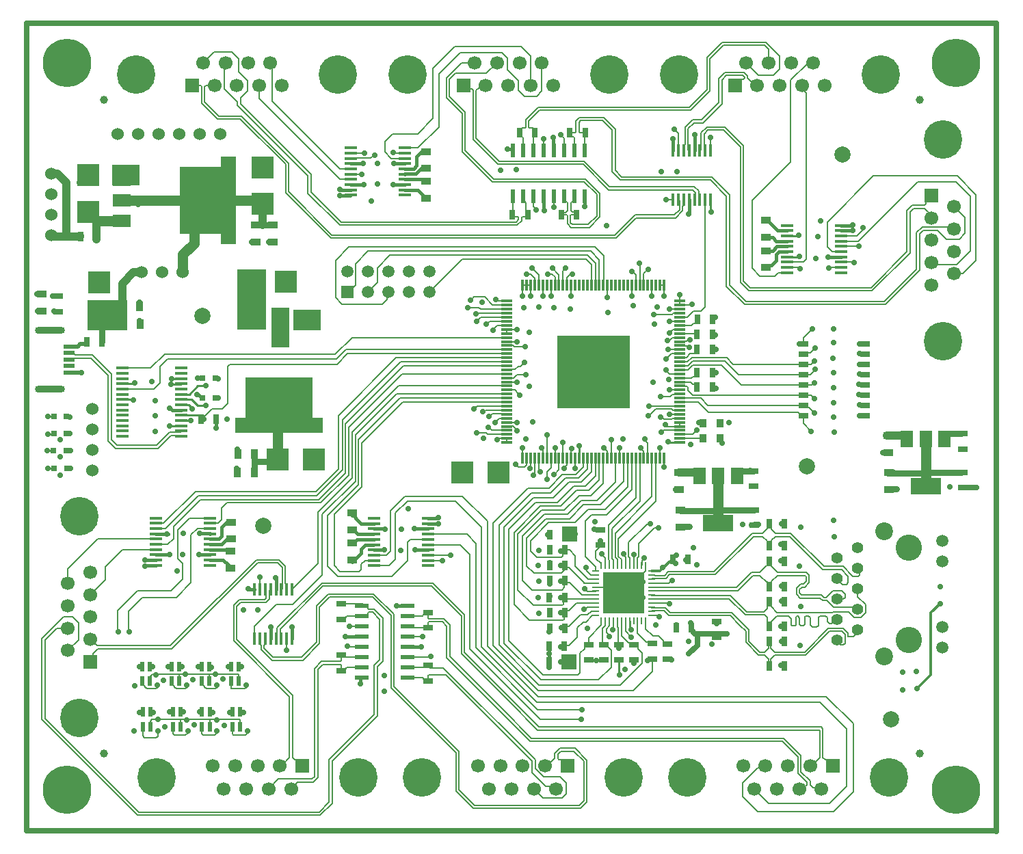
<source format=gtl>
G04*
G04 #@! TF.GenerationSoftware,Altium Limited,Altium Designer,18.1.7 (191)*
G04*
G04 Layer_Physical_Order=1*
G04 Layer_Color=255*
%FSLAX24Y24*%
%MOIN*%
G70*
G01*
G75*
%ADD10C,0.0100*%
%ADD15C,0.0200*%
%ADD21C,0.0080*%
%ADD23C,0.0150*%
%ADD25C,0.0250*%
%ADD26R,0.3280X0.2000*%
%ADD27R,0.0600X0.0850*%
%ADD28R,0.4250X0.0750*%
%ADD29R,0.0472X0.0354*%
%ADD30R,0.0650X0.0240*%
%ADD31C,0.0394*%
%ADD32R,0.1102X0.1102*%
%ADD33R,0.2000X0.3280*%
%ADD34R,0.0850X0.0600*%
%ADD35R,0.0750X0.4250*%
%ADD36R,0.0551X0.0197*%
%ADD37R,0.0512X0.0276*%
%ADD38R,0.0354X0.0472*%
%ADD39R,0.0276X0.0512*%
%ADD40R,0.0591X0.0157*%
%ADD41R,0.0276X0.0315*%
%ADD42R,0.0319X0.0110*%
%ADD43R,0.0110X0.0319*%
%ADD44R,0.0591X0.0846*%
%ADD45R,0.1496X0.0846*%
%ADD46R,0.0160X0.0625*%
%ADD47R,0.0240X0.0650*%
%ADD48R,0.0642X0.0169*%
%ADD49R,0.1102X0.1102*%
%ADD50R,0.0236X0.0472*%
%ADD51R,0.3575X0.3575*%
%ADD52R,0.0551X0.0118*%
%ADD53R,0.0118X0.0551*%
%ADD54R,0.0354X0.0394*%
%ADD55R,0.0500X0.0299*%
%ADD102R,0.2008X0.2008*%
%ADD103C,0.0120*%
%ADD104C,0.0400*%
%ADD105C,0.0070*%
%ADD106C,0.0300*%
%ADD107C,0.0180*%
%ADD108C,0.0500*%
%ADD109R,0.1403X0.2929*%
%ADD110R,0.0883X0.1939*%
%ADD111R,0.1326X0.1013*%
%ADD112R,0.1928X0.1499*%
%ADD113R,0.0753X0.0775*%
%ADD114C,0.0600*%
%ADD115C,0.0591*%
%ADD116R,0.0591X0.0591*%
%ADD117C,0.2362*%
%ADD118O,0.1457X0.0354*%
%ADD119C,0.1874*%
%ADD120R,0.0669X0.0669*%
%ADD121C,0.0669*%
%ADD122R,0.0669X0.0669*%
%ADD123C,0.0787*%
%ADD124C,0.0866*%
%ADD125C,0.0551*%
%ADD126C,0.1280*%
%ADD127C,0.0500*%
%ADD128C,0.0280*%
D10*
X26919Y18730D02*
X26921Y18732D01*
X26919Y18145D02*
Y18730D01*
X31289Y18913D02*
X31821D01*
X28886Y7593D02*
Y7642D01*
X28851Y7677D02*
X28886Y7642D01*
X28851Y7677D02*
Y8316D01*
X33320Y30168D02*
X33348Y30140D01*
X33320Y30168D02*
Y30753D01*
X8473Y20131D02*
Y20160D01*
X7912Y21264D02*
X8325Y21677D01*
X8716D01*
X8718Y21678D01*
X7524Y21264D02*
X7912D01*
X7896Y20737D02*
X8063Y20570D01*
X7539Y20737D02*
X7896D01*
X7524Y20752D02*
X7539Y20737D01*
X4670Y21008D02*
X5201D01*
X5194Y21000D02*
X5201Y21008D01*
X7020Y21753D02*
X7032Y21764D01*
X7513D01*
X7524Y21775D01*
X7071Y22033D02*
X7523D01*
X7524Y22031D01*
X8380Y20252D02*
X8473Y20160D01*
X7537Y20252D02*
X8380D01*
X5165Y21775D02*
X5202Y21813D01*
X4670Y21775D02*
X5165D01*
X6969Y19706D02*
X6991Y19728D01*
X7524D01*
Y21008D02*
X8017D01*
X7524Y19984D02*
X7525Y19985D01*
X8017Y21008D02*
X8321Y20704D01*
X8721D01*
X7525Y19985D02*
X7994D01*
X7524Y20240D02*
X7537Y20252D01*
X37053Y27965D02*
X37631D01*
X37053Y28988D02*
X37561D01*
X1032Y17666D02*
X1320D01*
X1326Y17660D01*
X1002Y18521D02*
X1294D01*
X1301Y18515D01*
X1020Y19335D02*
X1217D01*
X1231Y19322D01*
Y19276D02*
Y19322D01*
Y19276D02*
X1305Y19350D01*
X1008Y20173D02*
X1300D01*
X976D02*
X1008D01*
X1300D02*
X1305Y20169D01*
X28545Y9833D02*
X28589Y9877D01*
X29376Y9931D02*
Y10212D01*
X27381Y8316D02*
X28111D01*
D15*
X2479Y23587D02*
X2595Y23703D01*
X2868D01*
X2906Y23741D01*
Y23810D01*
X2070Y23587D02*
X2479D01*
X2070Y22328D02*
X2650D01*
D21*
X5981Y7479D02*
X6133Y7631D01*
X5981Y7282D02*
Y7479D01*
Y7282D02*
X5988Y7275D01*
X6133Y7631D02*
X7431D01*
X8876D01*
X7428Y7628D02*
X7431Y7631D01*
X7428Y7275D02*
Y7628D01*
X8876Y7631D02*
X10271D01*
X8876Y7288D02*
Y7631D01*
Y7288D02*
X8888Y7275D01*
X10271Y7631D02*
X10318Y7585D01*
Y7276D02*
Y7585D01*
Y7276D02*
X10318Y7275D01*
X6005Y5075D02*
Y5321D01*
Y5075D02*
X6014Y5066D01*
X6088Y5140D01*
X6096Y5412D02*
X7528D01*
X6005Y5321D02*
X6096Y5412D01*
X6290Y4513D02*
X6373Y4597D01*
X5732Y4513D02*
X6290D01*
X5640Y4606D02*
X5732Y4513D01*
X8945Y5412D02*
X10337D01*
X7528D02*
X8945D01*
X8908Y5375D02*
X8945Y5412D01*
X8908Y5070D02*
Y5375D01*
X8904Y5066D02*
X8908Y5070D01*
X7491Y5375D02*
X7528Y5412D01*
X7491Y5072D02*
Y5375D01*
X7484Y5066D02*
X7491Y5072D01*
X10337Y5412D02*
X10374Y5375D01*
Y5076D02*
Y5375D01*
Y5076D02*
X10384Y5066D01*
X5640Y4606D02*
Y5066D01*
X6373Y4597D02*
Y4757D01*
X40440Y28988D02*
X40745Y29293D01*
X40134Y28988D02*
X40440D01*
X40134Y28989D02*
X40134Y28988D01*
X39687Y28989D02*
X40134D01*
X24613Y27433D02*
X24950Y27095D01*
X31821Y24622D02*
X32378D01*
X32472Y24716D01*
X32576D01*
X32674Y24814D01*
Y24918D01*
X31054Y17703D02*
Y18144D01*
X31053Y18145D02*
X31054Y18144D01*
X31267Y11076D02*
X31306Y11038D01*
X31161Y11076D02*
X31267D01*
X31159Y11078D02*
X31161Y11076D01*
X31419Y12183D02*
X31446D01*
X31299Y12062D02*
X31419Y12183D01*
X30439Y12062D02*
X31299D01*
X30584Y14737D02*
X30791D01*
X29826Y13979D02*
X30584Y14737D01*
X29826Y13336D02*
Y13979D01*
X29326Y14048D02*
X30205Y14926D01*
X30353D01*
X30383Y14956D01*
X30280Y27357D02*
Y27365D01*
X30069Y27146D02*
X30280Y27357D01*
X30069Y26570D02*
Y27146D01*
X29872Y26570D02*
Y27577D01*
X29504Y27247D02*
X29675Y27076D01*
Y26570D02*
Y27076D01*
X26502Y27124D02*
X26603D01*
X26328Y26950D02*
X26502Y27124D01*
X26328Y26570D02*
Y26950D01*
X26244Y27389D02*
Y27424D01*
X26132Y27277D02*
X26244Y27389D01*
X26132Y26570D02*
Y27277D01*
X25935Y26570D02*
Y27098D01*
X25627Y27406D02*
X25935Y27098D01*
X25375Y27112D02*
X25603D01*
X25738Y26977D01*
Y26570D02*
Y26977D01*
X30562Y25167D02*
X31439D01*
X31480Y25208D01*
X31817D01*
X31821Y25212D01*
X33047Y25507D02*
Y30740D01*
X33060Y30753D01*
X32849Y25309D02*
X33047Y25507D01*
X32476Y25309D02*
X32849D01*
X32182Y25015D02*
X32476Y25309D01*
X31821Y25015D02*
X32182D01*
X24950Y26570D02*
Y27095D01*
X24337Y27118D02*
X24559D01*
X24754Y26924D01*
Y26570D02*
Y26924D01*
X21632Y25868D02*
X21644D01*
X21778Y26002D02*
X22304D01*
X21644Y25868D02*
X21778Y26002D01*
X22304D02*
X22700Y25606D01*
X23395D01*
X22911Y25891D02*
X23000Y25803D01*
X22863Y25891D02*
X22911D01*
X23000Y25803D02*
X23395D01*
X22119Y25409D02*
X23395D01*
X22033Y25494D02*
X22119Y25409D01*
X21491Y25494D02*
X22033D01*
X21915Y25197D02*
X21930Y25212D01*
X23395D01*
X21920Y24824D02*
X22111Y25015D01*
X23395D01*
X22402Y24674D02*
X22404D01*
X22548Y24818D01*
X23395D01*
X22706Y24412D02*
X22915Y24622D01*
X23395D01*
X32248Y23540D02*
X32302D01*
X32160Y23628D02*
X32248Y23540D01*
X31821Y24228D02*
X32618D01*
X32668Y24178D01*
X31336Y23901D02*
X31466Y24031D01*
X31240Y23901D02*
X31336D01*
X31466Y24031D02*
X31821D01*
X32263Y23939D02*
X32306D01*
X32162Y23837D02*
X32263Y23939D01*
X31824Y23837D02*
X32162D01*
X31821Y23834D02*
X31824Y23837D01*
X31830Y23628D02*
X32160D01*
X31821Y23637D02*
X31830Y23628D01*
X31142Y22995D02*
X31166D01*
X31415Y23244D01*
X31821D01*
X24044Y22631D02*
X24238Y22824D01*
X23948Y22631D02*
X24044D01*
X23791Y22474D02*
X23948Y22631D01*
X23413Y22474D02*
X23791D01*
X23395Y22456D02*
X23413Y22474D01*
X23886Y22206D02*
X24317D01*
X34686Y22234D02*
X37855D01*
X34028Y22891D02*
X34686Y22234D01*
X37749Y20234D02*
X37855D01*
X37594Y20388D02*
X37749Y20234D01*
X33209Y20388D02*
X37594D01*
X32851Y21078D02*
X33195Y20734D01*
X31821Y21078D02*
X32851D01*
X33195Y20734D02*
X37855D01*
X32440Y21234D02*
X37855D01*
X32206Y21468D02*
X32440Y21234D01*
X34820Y21734D02*
X37855D01*
X33861Y22694D02*
X34820Y21734D01*
X34433Y22734D02*
X37855D01*
X34106Y23061D02*
X34433Y22734D01*
X32451Y22891D02*
X34028D01*
X32213Y22653D02*
X32451Y22891D01*
X32409Y23061D02*
X34106D01*
X32197Y22850D02*
X32409Y23061D01*
X31821Y22850D02*
X32197D01*
X31262Y23441D02*
X31821D01*
Y22653D02*
X32213D01*
X32228Y22456D02*
X32465Y22694D01*
X33861D01*
X31821Y22456D02*
X32228D01*
X32206Y21468D02*
Y21610D01*
X32166Y21650D02*
X32206Y21610D01*
X31840Y21650D02*
X32166D01*
X31821Y21669D02*
X31840Y21650D01*
X32453Y19307D02*
X32633Y19487D01*
X30324Y20691D02*
X31814D01*
X30309Y20676D02*
X30324Y20691D01*
X31814D02*
X31821Y20685D01*
X30379Y20281D02*
X30639Y20541D01*
X31421D01*
X14976Y12917D02*
X15265Y12628D01*
X16202D01*
X14976Y15419D02*
X16314Y16757D01*
X14976Y12917D02*
Y15419D01*
X16290Y12717D02*
Y12984D01*
X16472Y13167D01*
X16202Y12628D02*
X16290Y12717D01*
X31465Y20085D02*
X31811D01*
X31421Y20041D02*
X31465Y20085D01*
X31811D02*
X31821Y20094D01*
X30362Y20281D02*
X30379D01*
X30293Y20213D02*
X30362Y20281D01*
X31421Y20541D02*
X31474Y20488D01*
X31821D01*
X32715Y20881D02*
X33209Y20388D01*
X31821Y20881D02*
X32715D01*
X31317Y21470D02*
X31819D01*
X31821Y21472D01*
Y19110D02*
X32950D01*
X31821Y19307D02*
X32453D01*
X32950Y19110D02*
X32960Y19120D01*
X25146Y7580D02*
X26849D01*
X26970Y7701D01*
X23477Y9249D02*
X25146Y7580D01*
X23477Y9249D02*
Y14689D01*
X24787Y15999D01*
X25862D01*
X26653Y16790D01*
X27226D01*
X27706Y17270D01*
X27009Y16987D02*
X27510Y17487D01*
X26420Y16987D02*
X27009D01*
X25656Y16222D02*
X26420Y16987D01*
X24694Y16222D02*
X25656D01*
X23254Y14782D02*
X24694Y16222D01*
X27706Y17270D02*
Y18145D01*
X24580Y16453D02*
X25533D01*
X26261Y17181D01*
X23009Y14883D02*
X24580Y16453D01*
X23254Y9132D02*
Y14782D01*
X23009Y9050D02*
Y14883D01*
X23737Y11002D02*
X24502Y10236D01*
X23737Y11002D02*
Y14524D01*
X25019Y15805D01*
X26152Y9770D02*
X26221Y9839D01*
X23689Y23637D02*
X23754Y23572D01*
X24291D01*
X21932Y19378D02*
X22394D01*
X15035Y23222D02*
X15844Y24031D01*
X23395D01*
X15071Y22970D02*
X15541Y23441D01*
X23395D01*
X15117Y22726D02*
X15634Y23244D01*
X23395D01*
X15173Y17609D02*
Y20225D01*
X17995Y23047D01*
X23395D01*
X15379Y17570D02*
Y20005D01*
X18224Y22850D01*
X23395D01*
X15529Y17427D02*
Y19827D01*
X18356Y22653D01*
X23395D01*
X15679Y17326D02*
Y19636D01*
X18302Y22259D01*
X23395D01*
X18113Y21669D02*
X23395D01*
X15864Y19420D02*
X18113Y21669D01*
X15864Y17187D02*
Y19420D01*
X16014Y17033D02*
Y19277D01*
X18012Y21275D01*
X23395D01*
X16164Y16867D02*
Y19063D01*
X18180Y21078D01*
X23395D01*
X16314Y18880D02*
X18316Y20881D01*
X23395D01*
X16314Y16757D02*
Y18880D01*
X21946Y20685D02*
X23395D01*
X21865Y20604D02*
X21946Y20685D01*
X21818Y20604D02*
X21865D01*
X21780Y20565D02*
X21818Y20604D01*
X22219Y20411D02*
X22248D01*
X22286Y20449D01*
X22311D01*
X22350Y20488D01*
X23395D01*
X22809Y19882D02*
X23022Y20094D01*
X22502Y19658D02*
X22657Y19504D01*
X22394Y19378D02*
X22465Y19307D01*
X22681Y20312D02*
X23113D01*
X23022Y20094D02*
X23395D01*
X23115Y20310D02*
X23376D01*
X22539Y20170D02*
X22681Y20312D01*
X22657Y19504D02*
X23395D01*
X23376Y19484D02*
X23395Y19504D01*
X23113Y20312D02*
X23115Y20310D01*
X22534Y20170D02*
X22539D01*
X23376Y20310D02*
X23395Y20291D01*
X22465Y19307D02*
X23395D01*
X22998Y19110D02*
X23395D01*
X22924Y19036D02*
X22998Y19110D01*
X23822Y17836D02*
X23865D01*
X23969Y17732D02*
X24243D01*
X23865Y17836D02*
X23969Y17732D01*
X24243D02*
X24341Y17831D01*
Y18126D01*
X24360Y18145D01*
X24505Y17642D02*
X24538Y17674D01*
Y18126D01*
X24674Y17369D02*
X24755Y17450D01*
Y18143D01*
X24754Y18145D02*
X24755Y18143D01*
X24538Y18126D02*
X24557Y18145D01*
X24674Y17315D02*
Y17369D01*
X24960Y17552D02*
Y18136D01*
Y17552D02*
X25014Y17498D01*
X24950Y18145D02*
X24960Y18136D01*
X25140Y18153D02*
Y18550D01*
X25091Y18599D02*
X25140Y18550D01*
X25353Y19285D02*
X25362Y19294D01*
X25353Y18154D02*
Y19285D01*
X25344Y18145D02*
X25353Y18154D01*
X25091Y18599D02*
Y18653D01*
X25541Y17679D02*
Y18145D01*
X25350Y17487D02*
X25541Y17679D01*
X25350Y17134D02*
Y17487D01*
X25676Y17364D02*
X25715D01*
X25935Y17583D01*
Y18145D01*
X26103Y17351D02*
X26762D01*
X25441Y16688D02*
X26103Y17351D01*
X24425Y16688D02*
X25441D01*
X25431Y15002D02*
X26720D01*
X24542Y14112D02*
X25431Y15002D01*
X24542Y13608D02*
Y14112D01*
X24161Y14348D02*
X25228Y15416D01*
X24161Y12180D02*
Y14348D01*
X25228Y15416D02*
X26345D01*
X26438Y15194D02*
X27126Y15882D01*
X25300Y15194D02*
X26438D01*
X24369Y14262D02*
X25300Y15194D01*
X26720Y15002D02*
X27368Y15650D01*
X26345Y15416D02*
X27022Y16093D01*
X26187Y15608D02*
X26910Y16331D01*
X25095Y15608D02*
X26187D01*
X23931Y14443D02*
X25095Y15608D01*
X26261Y17181D02*
X26887D01*
X26780Y16571D02*
X27402D01*
X26015Y15805D02*
X26780Y16571D01*
X25019Y15805D02*
X26015D01*
X26910Y16331D02*
X27499D01*
X27022Y16093D02*
X27800D01*
X22734Y14997D02*
X24425Y16688D01*
X27126Y15882D02*
X27942D01*
X27368Y15650D02*
X28173D01*
X24163Y18145D02*
Y18649D01*
X25541Y18145D02*
X25553Y18134D01*
X26762Y17351D02*
X27116Y17705D01*
X25140Y18153D02*
X25147Y18145D01*
X30112Y19028D02*
Y19082D01*
X31254Y18948D02*
X31278Y18972D01*
X31254Y18948D02*
X31289Y18913D01*
X26109Y18909D02*
X26131Y18887D01*
X30265Y18221D02*
Y18874D01*
X26113Y18164D02*
X26132Y18145D01*
X26131Y18183D02*
Y18887D01*
X26113Y18164D02*
X26131Y18183D01*
X30112Y19028D02*
X30265Y18874D01*
X26328Y17803D02*
Y18145D01*
X26186Y17660D02*
X26328Y17803D01*
X26186Y17641D02*
Y17660D01*
X26531Y18151D02*
Y18622D01*
X26710Y17663D02*
X26716Y17669D01*
Y18139D01*
X26722Y18145D01*
X32332Y23242D02*
X32571D01*
X32137Y23047D02*
X32332Y23242D01*
X31821Y23047D02*
X32137D01*
X32571Y23242D02*
X32668Y23340D01*
Y23458D01*
X31317Y21470D02*
X31318Y21471D01*
X30875Y21143D02*
X31344D01*
X31457Y21256D01*
X31802D01*
X31821Y21275D01*
X31004Y19504D02*
X31821D01*
X30932Y19432D02*
X31004Y19504D01*
X31821Y19700D02*
Y19897D01*
X31233Y19701D02*
X31748D01*
X31123Y19781D02*
X31153D01*
X31233Y19701D01*
X31059Y20041D02*
X31421D01*
X30949Y20150D02*
X31059Y20041D01*
X31317Y20291D02*
X31821D01*
Y19504D02*
X31835Y19489D01*
X29326Y13336D02*
Y14048D01*
X27870Y7339D02*
X28485Y7953D01*
X25047Y7339D02*
X27870D01*
X23254Y9132D02*
X25047Y7339D01*
X27116Y17705D02*
Y18145D01*
X27313Y17607D02*
Y18145D01*
X26887Y17181D02*
X27313Y17607D01*
X27510Y17487D02*
Y18145D01*
X27903Y17072D02*
Y18145D01*
X27402Y16571D02*
X27903Y17072D01*
X27499Y16331D02*
X28100Y16932D01*
Y18145D01*
X27800Y16093D02*
X28691Y16984D01*
Y18145D01*
X27942Y15882D02*
X29084Y17024D01*
Y18145D01*
X29281Y16758D02*
Y18145D01*
X28173Y15650D02*
X29281Y16758D01*
X27215Y15090D02*
X27517Y15392D01*
X28238D02*
X29478Y16632D01*
X27517Y15392D02*
X28238D01*
X29672Y16219D02*
Y18143D01*
X28350Y14896D02*
X29672Y16219D01*
X28350Y14461D02*
Y14896D01*
X29872Y16059D02*
Y18145D01*
X28526Y14713D02*
X29872Y16059D01*
X28526Y13243D02*
Y14713D01*
X30462Y16273D02*
Y18145D01*
X28676Y14487D02*
X30462Y16273D01*
X28676Y13305D02*
Y14487D01*
X30659Y16043D02*
Y18145D01*
X28826Y14210D02*
X30659Y16043D01*
X28826Y13367D02*
Y14210D01*
X28123Y18646D02*
X28297Y18472D01*
X27215Y13346D02*
Y15090D01*
X29478Y16632D02*
Y18145D01*
X29923Y18645D02*
X30067Y18501D01*
X29914Y18645D02*
X29923D01*
X29672Y18143D02*
X29675Y18145D01*
X28346Y14458D02*
X28350Y14461D01*
X28346Y13211D02*
Y14458D01*
Y13211D02*
X28392Y13165D01*
Y12929D02*
Y13165D01*
X28392Y12928D02*
X28392Y12929D01*
X23009Y9050D02*
X24963Y7096D01*
X22734Y9005D02*
Y14997D01*
Y9005D02*
X24935Y6803D01*
X29537D01*
X28929Y7096D02*
X29999Y8166D01*
X24963Y7096D02*
X28929D01*
X29537Y6803D02*
X30471Y7736D01*
X23931Y11729D02*
Y14443D01*
Y11729D02*
X24674Y10986D01*
X28485Y7953D02*
Y8794D01*
X28327Y8952D02*
X28485Y8794D01*
X28327Y8952D02*
Y8966D01*
X28229Y9064D02*
X28327Y8966D01*
X28111Y9064D02*
X28229D01*
X30471Y7736D02*
Y8356D01*
X29999Y8166D02*
Y8640D01*
X29782Y8856D02*
X29999Y8640D01*
X29782Y8856D02*
Y8960D01*
X29685Y9058D02*
X29782Y8960D01*
X29581Y9058D02*
X29685D01*
X27373Y9175D02*
X27485Y9064D01*
X26970Y7701D02*
Y8653D01*
X27179Y8862D01*
Y8966D01*
X27277Y9064D01*
X27381D01*
X3177Y23195D02*
X4117Y22255D01*
Y19052D02*
Y22255D01*
Y19052D02*
X4400Y18769D01*
X3957Y18986D02*
Y22189D01*
X7486Y19434D02*
X7524Y19472D01*
X7231Y19434D02*
X7486D01*
X7222Y19424D02*
X7231Y19434D01*
X6965Y19424D02*
X7222D01*
X6309Y18769D02*
X6965Y19424D01*
X4400Y18769D02*
X6309D01*
X2333Y23214D02*
X2352Y23195D01*
X3177D01*
X2070Y23273D02*
X2128Y23214D01*
X2333D01*
X7486Y19255D02*
X7524Y19216D01*
X7231Y19255D02*
X7486D01*
X7031Y19264D02*
X7222D01*
X7231Y19255D01*
X6375Y18608D02*
X7031Y19264D01*
X3957Y18986D02*
X4334Y18608D01*
X6375D01*
X2333Y23016D02*
X2352Y23035D01*
X3110D01*
X2070Y22958D02*
X2128Y23016D01*
X2333D01*
X3110Y23035D02*
X3957Y22189D01*
X15693Y28441D02*
X17072D01*
X15046Y27794D02*
X15693Y28441D01*
X15046Y25981D02*
Y27794D01*
X15359Y25668D02*
X17332D01*
X15046Y25981D02*
X15359Y25668D01*
X17332D02*
X17545Y25881D01*
Y26177D01*
X17611Y26243D01*
X17444Y28238D02*
X27490Y28238D01*
X16635Y28238D02*
X17444D01*
X16016Y27619D02*
X16635Y28238D01*
X16016Y26583D02*
Y27619D01*
X15931Y26498D02*
X16016Y26583D01*
X15866Y26498D02*
X15931D01*
X15611Y26243D02*
X15866Y26498D01*
X20602Y28047D02*
X27315Y28047D01*
X16611Y26243D02*
X17072Y26704D01*
Y27420D01*
X17699Y28047D01*
X20602D01*
X21235Y27850D02*
X27238Y27850D01*
X19627Y26243D02*
X21235Y27850D01*
X19611Y26243D02*
X19627D01*
X27510Y26570D02*
Y27579D01*
X27238Y27850D02*
X27510Y27579D01*
X27706Y26570D02*
Y27656D01*
X27315Y28047D02*
X27706Y27656D01*
X27903Y26570D02*
Y27824D01*
X27490Y28238D02*
X27903Y27824D01*
X28106Y26576D02*
Y28022D01*
X27687Y28441D02*
X28106Y28022D01*
X17072Y28441D02*
X27687Y28441D01*
X28100Y26570D02*
X28106Y26576D01*
X4948Y10698D02*
X5610Y11359D01*
X4948Y9693D02*
Y10698D01*
X4415Y9693D02*
Y10711D01*
X17847Y33043D02*
X17871Y33019D01*
X18406D01*
X15779Y32770D02*
X16755D01*
X15772Y32763D02*
X15779Y32770D01*
X16755D02*
X16919Y32934D01*
X16454Y33019D02*
X16455Y33020D01*
X15772Y33019D02*
X16454D01*
X15776Y31992D02*
X16299D01*
X15772Y31996D02*
X15776Y31992D01*
X39687Y28477D02*
X40542D01*
X40310Y27709D02*
X40321Y27698D01*
X39687Y27709D02*
X40310D01*
X39149Y27411D02*
X39191Y27453D01*
X39687D01*
X37631Y27453D02*
X37686Y27398D01*
X37053Y27453D02*
X37631D01*
X26030Y33899D02*
Y33907D01*
Y33899D02*
X26184Y33745D01*
Y33160D02*
Y33745D01*
X25184Y33731D02*
X25184Y33731D01*
Y33160D02*
Y33731D01*
X24815Y30265D02*
Y30287D01*
X24760Y30341D02*
X24815Y30287D01*
X24760Y30341D02*
Y30344D01*
X24684Y30420D02*
X24760Y30344D01*
X24684Y30420D02*
Y30930D01*
X25677Y30390D02*
Y30923D01*
X25684Y30930D01*
X31565Y34194D02*
X31760Y33999D01*
Y33148D02*
Y33999D01*
X33320Y33766D02*
X33326Y33772D01*
X33320Y33148D02*
Y33766D01*
X31186Y30753D02*
X31500D01*
X28297Y26042D02*
Y26570D01*
X30794Y20150D02*
X30949D01*
X10682Y7049D02*
Y7074D01*
X10624Y6913D02*
X10677Y6967D01*
X19673Y8467D02*
X19679Y8472D01*
X18552Y8467D02*
X19673D01*
X19083Y9440D02*
X19291D01*
X19081Y9443D02*
X19083Y9440D01*
X18577Y9443D02*
X19081D01*
X18552Y9467D02*
X18577Y9443D01*
X15740Y9967D02*
X16322D01*
X15630Y8967D02*
X16322D01*
X12658Y8788D02*
X12665Y8781D01*
X12658Y8788D02*
Y9352D01*
X14195Y15518D02*
X15864Y17187D01*
X14195Y13024D02*
Y15518D01*
X12918Y11747D02*
X14195Y13024D01*
X14384Y15403D02*
X16014Y17033D01*
X14384Y12452D02*
Y15403D01*
X12941Y11009D02*
X14384Y12452D01*
X14661Y15364D02*
X16164Y16867D01*
X14661Y12871D02*
Y15364D01*
Y12871D02*
X15157Y12375D01*
X14133Y16323D02*
X15379Y17570D01*
X8348Y16323D02*
X14133D01*
X14227Y16124D02*
X15529Y17427D01*
X8439Y16124D02*
X14227D01*
X14327Y15974D02*
X15679Y17326D01*
X9740Y15974D02*
X14327D01*
X9898Y22726D02*
X15117D01*
X6850Y22970D02*
X15071D01*
X9481Y15716D02*
X9740Y15974D01*
X11098Y9954D02*
X12152Y11009D01*
X12941D01*
X11098Y9352D02*
Y9954D01*
X11358Y11747D02*
Y12313D01*
X15157Y12375D02*
X17775D01*
X18550Y13150D01*
Y14050D01*
X18690Y14191D01*
X19539D01*
Y13423D02*
X20664D01*
X19539Y13167D02*
X20241D01*
X16472Y13167D02*
X16905D01*
X14093Y16529D02*
X15173Y17609D01*
X6704Y23222D02*
X15035D01*
X37855Y22734D02*
X38227D01*
X8003Y12076D02*
Y14419D01*
X7287Y11359D02*
X8003Y12076D01*
X5610Y11359D02*
X7287D01*
X7571Y12244D02*
Y13027D01*
X7022Y11694D02*
X7571Y12244D01*
X5398Y11694D02*
X7022D01*
X4415Y10711D02*
X5398Y11694D01*
X24502Y10236D02*
X26134D01*
X24674Y10986D02*
X26092D01*
X24608Y11732D02*
X26088D01*
X24161Y12180D02*
X24608Y11732D01*
X24712Y12543D02*
X26041D01*
X24369Y12887D02*
Y14262D01*
Y12887D02*
X24712Y12543D01*
X24843Y13307D02*
X26058D01*
X24542Y13608D02*
X24843Y13307D01*
X9948Y6913D02*
X10624D01*
X9944Y6917D02*
X9948Y6913D01*
X6284Y6904D02*
X6347Y6967D01*
X5849Y6904D02*
X6284D01*
X7724D02*
X7787Y6967D01*
X7289Y6904D02*
X7724D01*
X9184D02*
X9247Y6967D01*
X8749Y6904D02*
X9184D01*
X9317Y15000D02*
X9481Y15165D01*
Y15716D01*
X7143Y14828D02*
X8439Y16124D01*
X7143Y14231D02*
Y14828D01*
X6866Y13954D02*
X7143Y14231D01*
X7345Y13253D02*
Y14651D01*
Y13253D02*
X7571Y13027D01*
X7345Y14651D02*
X7928Y15234D01*
X6295Y13954D02*
X6866D01*
X7928Y15234D02*
X8929D01*
X6749Y14724D02*
X8348Y16323D01*
X6297Y14724D02*
X6749D01*
X8217Y16529D02*
X14093D01*
X6666Y14978D02*
X8217Y16529D01*
X6295Y14978D02*
X6666D01*
X8951Y15000D02*
X9317D01*
X8929Y14978D02*
X8951Y15000D01*
X6295Y14722D02*
X6297Y14724D01*
X8003Y14419D02*
X8309Y14725D01*
X8926D01*
X8929Y14722D01*
X3101Y11497D02*
X3832Y12228D01*
Y12867D01*
X4662Y13698D01*
X6295D01*
X1983Y12042D02*
Y12754D01*
X3438Y14210D01*
X6295D01*
X9775Y22603D02*
X9898Y22726D01*
X9775Y20814D02*
Y22603D01*
X9006Y20551D02*
X9512D01*
X9775Y20814D01*
X6023Y22541D02*
X6704Y23222D01*
X6483Y22603D02*
X6850Y22970D01*
X4670Y21520D02*
X6195D01*
X6483Y21808D02*
Y22603D01*
X6195Y21520D02*
X6483Y21808D01*
X4672Y22541D02*
X6023D01*
X8473Y20131D02*
X8571Y20229D01*
X8684D02*
X9006Y20551D01*
X8571Y20229D02*
X8684D01*
X8473Y20044D02*
Y20131D01*
X4670Y22543D02*
X4672Y22541D01*
X7733Y4647D02*
X7843Y4757D01*
X7171Y4647D02*
X7733D01*
X7110Y4708D02*
X7171Y4647D01*
X9162Y4657D02*
X9263Y4757D01*
X8581Y4657D02*
X9162D01*
X8530Y4708D02*
X8581Y4657D01*
X10642D02*
X10743Y4757D01*
X10061Y4657D02*
X10642D01*
X10010Y4708D02*
X10061Y4657D01*
X8660Y6993D02*
X8749Y6904D01*
X8660Y6993D02*
Y7011D01*
X8514Y7157D02*
Y7275D01*
X7200Y6993D02*
Y7011D01*
Y6993D02*
X7289Y6904D01*
X7054Y7157D02*
X7200Y7011D01*
X5760Y6993D02*
X5849Y6904D01*
X5760Y6993D02*
Y7011D01*
X5614Y7157D02*
X5760Y7011D01*
X5614Y7157D02*
Y7275D01*
X7054Y7157D02*
Y7275D01*
X8514Y7157D02*
X8660Y7011D01*
X9944Y6917D02*
Y7275D01*
X10010Y4708D02*
Y5066D01*
X8530Y4708D02*
Y5066D01*
X7110Y4708D02*
Y5066D01*
X37855Y24033D02*
X38276Y24454D01*
X37855Y23734D02*
Y24033D01*
X38181Y23297D02*
X38411Y23528D01*
X37918Y23297D02*
X38181D01*
X37855Y23234D02*
X37918Y23297D01*
X38227Y22734D02*
X38394Y22901D01*
X38185Y22234D02*
X38408Y22457D01*
Y22471D01*
X37855Y22234D02*
X38185D01*
X38261Y21734D02*
X38338Y21811D01*
X37855Y21734D02*
X38261D01*
X38218Y21234D02*
X38394Y21058D01*
X37855Y21234D02*
X38218D01*
X38132Y20624D02*
X38391Y20365D01*
X37964Y20624D02*
X38132D01*
X37855Y20734D02*
X37964Y20624D01*
X37855Y19840D02*
X38236Y19458D01*
X37855Y19840D02*
Y20234D01*
X23395Y23637D02*
X23689D01*
X23733Y22054D02*
X23886Y22206D01*
X23404Y22054D02*
X23733D01*
X23395Y22063D02*
X23404Y22054D01*
X23777Y21474D02*
X23959Y21293D01*
X23953D02*
X23959D01*
X23397Y21474D02*
X23777D01*
X23395Y21472D02*
X23397Y21474D01*
X23677Y19712D02*
X23882Y19507D01*
X23407Y19712D02*
X23677D01*
X23395Y19700D02*
X23407Y19712D01*
X23882Y19469D02*
Y19507D01*
X28297Y18145D02*
Y18472D01*
X30794Y20161D02*
X30885D01*
X30794Y20150D02*
Y20161D01*
X31140Y22443D02*
X31323Y22259D01*
X31821D01*
X31260Y24244D02*
X31321D01*
X31489Y24412D01*
X31808D01*
X31821Y24425D01*
X31340Y25413D02*
X31816D01*
X31821Y25409D01*
X30462Y26062D02*
Y26570D01*
X28497Y19048D02*
X28501Y19052D01*
X28497Y18149D02*
Y19048D01*
X25738Y18145D02*
Y18649D01*
X31821Y25803D02*
Y26109D01*
Y25606D02*
Y25803D01*
X32382Y25606D02*
X32417Y25641D01*
X31821Y25606D02*
X32382D01*
X31821Y22063D02*
X32403D01*
X32466Y22126D01*
X32570D01*
X32668Y22224D01*
Y22328D01*
X31821Y21866D02*
X32350D01*
X32466Y21750D01*
X32570D01*
X32668Y21652D01*
Y21548D02*
Y21652D01*
X30856Y26570D02*
X31053D01*
X24360D02*
X24557D01*
X24163D02*
X24360D01*
X23395Y24228D02*
Y24425D01*
Y18913D02*
Y19110D01*
Y19897D02*
X23899D01*
X24163Y26067D02*
Y26570D01*
X23395Y21866D02*
X23899D01*
X23395Y23834D02*
X23899D01*
X23395Y24425D02*
X23899D01*
X24557Y26067D02*
Y26570D01*
X25147Y26067D02*
Y26570D01*
X25541Y26067D02*
Y26570D01*
X26525Y26067D02*
Y26570D01*
X29478Y26067D02*
Y26570D01*
X31053Y26067D02*
Y26570D01*
X31317Y24818D02*
X31821D01*
X30856Y18145D02*
Y18649D01*
X28887Y18145D02*
Y18649D01*
X30067Y18147D02*
Y18501D01*
X30094Y13261D02*
Y13299D01*
X29982Y13150D02*
X30094Y13261D01*
X29982Y12943D02*
Y13150D01*
X29967Y12928D02*
X29982Y12943D01*
X27884Y13782D02*
Y13864D01*
X27722Y13620D02*
X27884Y13782D01*
X27722Y13272D02*
Y13620D01*
X27998Y12928D02*
Y13033D01*
X27884Y13864D02*
X27937Y13917D01*
X27722Y13272D02*
X27769Y13226D01*
Y13224D02*
Y13226D01*
Y13224D02*
X27946Y13048D01*
X27983D01*
X27998Y13033D01*
X28019Y13471D02*
X28195Y13295D01*
Y12928D02*
Y13295D01*
X27215Y13346D02*
X27722Y12839D01*
Y12653D02*
Y12839D01*
X27287Y12652D02*
X27490Y12448D01*
X27287Y12652D02*
Y12794D01*
X28526Y13243D02*
X28589Y13181D01*
X28676Y13305D02*
X28774Y13208D01*
X28826Y13367D02*
X28982Y13211D01*
X29076Y13417D02*
Y13471D01*
X29573Y13436D02*
X29576Y13439D01*
X28180Y12943D02*
X28195Y12928D01*
X27490Y12448D02*
X27715D01*
X27722Y12456D01*
X26809Y9435D02*
Y9871D01*
X27262Y10168D02*
X27567Y10472D01*
X27106Y10168D02*
X27262D01*
X26809Y9871D02*
X27106Y10168D01*
X26407Y9032D02*
X26809Y9435D01*
X26245Y9032D02*
X26407D01*
X26196Y8983D02*
X26245Y9032D01*
X30439Y11078D02*
X31159D01*
X30751Y10428D02*
X30805D01*
X28589Y12928D02*
Y13181D01*
X29769Y13278D02*
X29826Y13336D01*
X29769Y12929D02*
Y13278D01*
X29326Y13336D02*
X29376Y13286D01*
X29176Y12931D02*
X29179Y12928D01*
X29573D02*
Y13436D01*
X29769Y12929D02*
X29770Y12928D01*
X28774Y12940D02*
Y13208D01*
Y12940D02*
X28785Y12928D01*
X28982D02*
Y13211D01*
X29176Y12931D02*
Y13317D01*
X29076Y13417D02*
X29176Y13317D01*
X29376Y12928D02*
Y13286D01*
X28785Y11865D02*
X29081Y11570D01*
X30163Y12653D01*
Y12928D01*
X26058Y13307D02*
X26126Y13375D01*
Y13575D01*
X26224Y13673D01*
X27367Y12252D02*
X27715D01*
X26723Y12896D02*
X27367Y12252D01*
X26224Y12727D02*
Y12923D01*
X26041Y12543D02*
X26224Y12727D01*
X27166Y12062D02*
X27722D01*
X26435Y12822D02*
X27166Y12091D01*
X27056Y11472D02*
X27722D01*
X26445Y12082D02*
X27056Y11472D01*
X26088Y11732D02*
X26201Y11846D01*
X26138Y12078D02*
X26201Y12142D01*
Y11846D02*
Y12142D01*
X26234Y12175D01*
X26092Y10986D02*
X26139Y11033D01*
Y11284D01*
X26215Y11360D01*
X26134Y10236D02*
X26189Y10291D01*
Y10584D01*
X26225Y10620D01*
X26986Y10502D02*
X27335D01*
X26221Y9839D02*
Y9851D01*
X26319Y9949D01*
X26432D01*
X26986Y10502D01*
X30697Y10482D02*
X30751Y10428D01*
X30444Y10482D02*
X30697D01*
X30439Y10487D02*
X30444Y10482D01*
X27695Y11666D02*
X27707Y11653D01*
X27334Y11666D02*
X27695D01*
X27215Y11786D02*
X27334Y11666D01*
X27200Y11786D02*
X27215D01*
X26723Y12896D02*
Y13387D01*
X26437Y13673D02*
X26723Y13387D01*
X26224Y13673D02*
X26437D01*
X26322Y12822D02*
X26435D01*
X26224Y12919D02*
X26322Y12822D01*
X26224Y12919D02*
Y12923D01*
X26326Y12082D02*
X26445D01*
X26234Y12175D02*
X26326Y12082D01*
X26784Y11078D02*
X27722D01*
X26436Y10729D02*
X26784Y11078D01*
X26225Y10632D02*
X26323Y10729D01*
X26436D01*
X26225Y10620D02*
Y10632D01*
X26300Y11275D02*
X27722D01*
X27159Y10776D02*
X27201D01*
X26215Y11360D02*
X26300Y11275D01*
X27335Y10502D02*
X27517Y10684D01*
X27306Y10881D02*
X27722D01*
X27201Y10776D02*
X27306Y10881D01*
X27517Y10684D02*
X27722D01*
X27567Y10472D02*
X27707D01*
X27722Y10487D01*
Y11865D02*
X28785D01*
X27715Y12252D02*
X27722Y12259D01*
X27373Y9390D02*
X27998Y10015D01*
X27373Y9175D02*
Y9390D01*
X27998Y10212D02*
X27998Y10211D01*
Y10015D02*
Y10211D01*
X28047Y9852D02*
X28189Y9993D01*
X28047Y9128D02*
Y9852D01*
X28189Y9993D02*
Y10206D01*
X27381Y9064D02*
X27485D01*
X25477Y10620D02*
X25503Y10646D01*
X28238Y9830D02*
X28392Y9984D01*
X28238Y9650D02*
Y9830D01*
Y9650D02*
X28376Y9512D01*
X28047Y9128D02*
X28111Y9064D01*
X28189Y10206D02*
X28195Y10212D01*
X28376Y9458D02*
Y9512D01*
X28392Y9984D02*
Y10212D01*
X28805Y9110D02*
X28851Y9064D01*
X28805Y9110D02*
Y9897D01*
X28785Y9916D02*
X28805Y9897D01*
X28785Y9916D02*
Y10212D01*
X30199Y9192D02*
X30265D01*
X29770Y9621D02*
X30199Y9192D01*
X29770Y9621D02*
Y10212D01*
X30787Y9473D02*
X31005Y9255D01*
X30514Y9473D02*
X30787D01*
X30163Y9824D02*
X30514Y9473D01*
X30163Y9824D02*
Y10212D01*
X28589Y9877D02*
Y10212D01*
X31005Y9182D02*
Y9255D01*
Y9182D02*
X31093Y9094D01*
X31211D01*
X30265Y9192D02*
X30353Y9104D01*
X30471D01*
X29179Y9707D02*
Y10212D01*
Y9707D02*
X29454Y9433D01*
X28982Y9496D02*
X29332Y9146D01*
X28982Y9496D02*
Y10212D01*
X29332Y9146D02*
X29493D01*
X29581Y9058D01*
D23*
X39687Y29244D02*
X40219D01*
X15550Y9463D02*
X15554Y9467D01*
X16322D01*
X25157Y30903D02*
X25175Y30886D01*
Y30279D02*
Y30886D01*
Y30279D02*
X25219Y30235D01*
X16378Y32507D02*
X16386Y32515D01*
X18406Y31740D02*
X19354D01*
X19446Y31647D01*
X25668Y33177D02*
Y33798D01*
Y33177D02*
X25684Y33160D01*
X25157Y30903D02*
X25184Y30930D01*
X27184Y30416D02*
Y30930D01*
X27172Y30403D02*
X27184Y30416D01*
X32269Y30060D02*
X32280Y30070D01*
Y30753D01*
X32540Y33148D02*
Y33897D01*
X18552Y8967D02*
X19203D01*
X19214Y8956D01*
X12138Y11747D02*
Y12314D01*
X12918Y9352D02*
Y9939D01*
X11878Y9352D02*
Y9936D01*
X6830Y14454D02*
X6889D01*
X6901Y14466D01*
X9493Y14795D02*
X9731Y15033D01*
X9493Y14343D02*
Y14795D01*
X9360Y14210D02*
X9493Y14343D01*
X7076Y20496D02*
X7524D01*
X6997Y20575D02*
X7076Y20496D01*
X6948Y20575D02*
X6997D01*
X9214Y20037D02*
X9221Y20044D01*
X8280Y21265D02*
X8351D01*
X8540Y21075D01*
X8545Y21080D01*
X9206Y19602D02*
X9214Y19609D01*
Y20037D01*
X18053Y10963D02*
X18548D01*
X18552Y10967D01*
X16257Y7164D02*
Y7422D01*
X16302Y7467D01*
X16322D01*
X23427Y33213D02*
X23639D01*
X23684Y33168D01*
Y33160D02*
Y33168D01*
X25679Y33155D02*
X25684Y33160D01*
X10781Y11770D02*
X10789Y11762D01*
X11093D01*
X11098Y11757D01*
Y11747D02*
Y11757D01*
X6295Y13442D02*
X6912D01*
X6286Y12921D02*
X6295Y12931D01*
X5790Y12921D02*
X6286D01*
X5757Y13186D02*
X6295D01*
X8364Y13419D02*
X8388Y13442D01*
X8929D01*
Y13698D02*
X9877D01*
X9969Y13606D01*
X8929Y13186D02*
X9562D01*
X9910Y12779D02*
X9969D01*
X9808Y12881D02*
X9910Y12779D01*
X9808Y12881D02*
Y12940D01*
X9562Y13186D02*
X9808Y12940D01*
X9967Y14230D02*
X9969Y14232D01*
X8929Y13954D02*
X8939Y13964D01*
X9482D01*
X9748Y14230D01*
X9967D01*
X8929Y14210D02*
X9360D01*
X9731Y15033D02*
X9943D01*
X9969Y15059D01*
X8925Y14470D02*
X8929Y14466D01*
X8466Y14470D02*
X8925D01*
X6295Y14466D02*
X6901D01*
X16272Y13733D02*
X16474Y13935D01*
X16272Y13518D02*
Y13733D01*
X16053Y13299D02*
X16272Y13518D01*
X16030Y13299D02*
X16053D01*
X16885Y13935D02*
X16895Y13925D01*
X16474Y13935D02*
X16885D01*
X15928Y13196D02*
X16030Y13299D01*
X15869Y13196D02*
X15928D01*
X15869Y14023D02*
X15928D01*
X16095Y14191D01*
X16905D01*
X16883Y14444D02*
X16895Y14456D01*
X16130Y14444D02*
X16883D01*
X16030Y14544D02*
X16130Y14444D01*
X16030Y14544D02*
Y14551D01*
X15928Y14653D02*
X16030Y14551D01*
X15869Y14653D02*
X15928D01*
X16902Y14188D02*
X16905Y14191D01*
X18922Y14702D02*
X19539D01*
Y15214D02*
X19548Y15224D01*
X20043D01*
X19539Y14958D02*
X20077D01*
X17446Y14702D02*
X17470Y14726D01*
X16905Y14702D02*
X17446D01*
X16272Y14958D02*
X16905D01*
X15865Y15366D02*
X15924D01*
X16026Y15264D01*
Y15205D02*
Y15264D01*
Y15205D02*
X16272Y14958D01*
X15865Y13086D02*
X15891Y13112D01*
X16905Y13679D02*
X16909Y13675D01*
X17368D01*
X18933Y13679D02*
X19539D01*
X18925Y13671D02*
X18933Y13679D01*
X15772Y32507D02*
X16378D01*
X17943Y32511D02*
X18402D01*
X18406Y32507D01*
X19420Y33074D02*
X19446Y33100D01*
X19208Y33074D02*
X19420D01*
X18995Y32861D02*
X19208Y33074D01*
X18995Y32409D02*
Y32861D01*
X18837Y32251D02*
X18995Y32409D01*
X18406Y32251D02*
X18837D01*
X19226Y32271D02*
X19444D01*
X18959Y32005D02*
X19226Y32271D01*
X18416Y32005D02*
X18959D01*
X18406Y31996D02*
X18416Y32005D01*
X19444Y32271D02*
X19446Y32274D01*
X19039Y31228D02*
X19285Y30982D01*
Y30922D02*
Y30982D01*
Y30922D02*
X19387Y30820D01*
X19446D01*
X18406Y31228D02*
X19039D01*
X17865Y31484D02*
X18406D01*
X17841Y31460D02*
X17865Y31484D01*
X15234Y31228D02*
X15772D01*
X15268Y30962D02*
X15763D01*
X15772Y30972D01*
Y31484D02*
X16389D01*
X31500Y33148D02*
Y33735D01*
X40219Y29219D02*
Y29244D01*
X39687Y29500D02*
X40151D01*
X39048Y27965D02*
X39687D01*
X36574Y29244D02*
X37053D01*
X36082Y29736D02*
X36574Y29244D01*
X36023Y29736D02*
X36082D01*
X36351Y28903D02*
X36521Y28733D01*
X37053D01*
X36030Y28903D02*
X36351D01*
X36023Y28909D02*
X36030Y28903D01*
X36353Y28266D02*
X36563Y28477D01*
X37053D01*
X36023Y28266D02*
X36353D01*
X36289Y27566D02*
X36516Y27793D01*
Y28076D01*
X36648Y28208D01*
X37041D01*
X37053Y28221D01*
X36150Y27566D02*
X36289D01*
X36023Y27439D02*
X36150Y27566D01*
D25*
X45630Y16703D02*
X46303D01*
X45628Y16704D02*
X45630Y16703D01*
X33621Y9600D02*
X33633Y9587D01*
X34080D01*
X34097Y9570D01*
X34106D01*
X33324Y9600D02*
X33621D01*
X35481Y14909D02*
X35660D01*
X35451Y14879D02*
X35481Y14909D01*
X32269Y8609D02*
X32675Y9015D01*
Y9600D01*
X32385Y9772D02*
Y9890D01*
X32557Y9600D02*
X32675D01*
X32385Y9772D02*
X32557Y9600D01*
X32675D02*
X33324D01*
X0Y0D02*
X27Y-27D01*
X47257D01*
X47261Y-32D01*
Y49D01*
Y39359D01*
X47263Y39361D01*
X20D02*
X47263D01*
X0Y39340D02*
X20Y39361D01*
X0Y0D02*
Y39340D01*
D26*
X12295Y21097D02*
D03*
D27*
X11295Y24947D02*
D03*
X12295D02*
D03*
X13295D02*
D03*
D28*
X12295Y19747D02*
D03*
D29*
X15869Y13196D02*
D03*
Y14023D02*
D03*
X9931Y13622D02*
D03*
Y12795D02*
D03*
X19446Y33100D02*
D03*
Y32274D02*
D03*
X19446Y31647D02*
D03*
Y30820D02*
D03*
X11150Y29520D02*
D03*
Y28693D02*
D03*
X11990Y29513D02*
D03*
Y28687D02*
D03*
X733Y26143D02*
D03*
Y25316D02*
D03*
X31801Y17436D02*
D03*
Y16609D02*
D03*
X31841Y15616D02*
D03*
Y14789D02*
D03*
X42018Y17442D02*
D03*
Y16615D02*
D03*
X41978Y19262D02*
D03*
Y18435D02*
D03*
X36023Y28909D02*
D03*
Y29736D02*
D03*
Y27439D02*
D03*
Y28266D02*
D03*
X9943Y14206D02*
D03*
Y15033D02*
D03*
X15869Y15480D02*
D03*
Y14653D02*
D03*
D30*
X18552Y7467D02*
D03*
Y7967D02*
D03*
Y8467D02*
D03*
Y8967D02*
D03*
Y9467D02*
D03*
Y9967D02*
D03*
Y10467D02*
D03*
Y10967D02*
D03*
X16322D02*
D03*
Y10467D02*
D03*
Y9967D02*
D03*
Y9467D02*
D03*
Y8967D02*
D03*
Y8467D02*
D03*
Y7967D02*
D03*
Y7467D02*
D03*
D31*
X3740Y35630D02*
D03*
X43504Y3740D02*
D03*
X3740D02*
D03*
X43504Y35630D02*
D03*
D32*
X12607Y26758D02*
D03*
X10835D02*
D03*
X13975Y18077D02*
D03*
X12204D02*
D03*
X22984Y17447D02*
D03*
X21213D02*
D03*
D33*
X8470Y30720D02*
D03*
D34*
X4620Y29720D02*
D03*
Y30720D02*
D03*
Y31720D02*
D03*
D35*
X9820Y30720D02*
D03*
D36*
X2070Y22328D02*
D03*
Y22643D02*
D03*
Y22958D02*
D03*
Y23273D02*
D03*
Y23587D02*
D03*
D37*
X1531Y25297D02*
D03*
Y26045D02*
D03*
X27937Y13917D02*
D03*
Y14665D02*
D03*
X27381Y9064D02*
D03*
Y8316D02*
D03*
X28111Y9064D02*
D03*
Y8316D02*
D03*
X28851D02*
D03*
Y9064D02*
D03*
X29581Y9058D02*
D03*
Y8310D02*
D03*
X30471Y9104D02*
D03*
Y8356D02*
D03*
X31211Y8346D02*
D03*
Y9094D02*
D03*
X35451Y15627D02*
D03*
Y14879D02*
D03*
X35431Y17517D02*
D03*
Y16769D02*
D03*
X19540Y8038D02*
D03*
Y7290D02*
D03*
X19540Y9873D02*
D03*
Y10621D02*
D03*
X15326Y10297D02*
D03*
Y11045D02*
D03*
X15326Y8544D02*
D03*
Y7796D02*
D03*
X45608Y19342D02*
D03*
Y18594D02*
D03*
X45628Y17452D02*
D03*
Y16704D02*
D03*
X33617Y10178D02*
D03*
Y9430D02*
D03*
D38*
X4677Y25560D02*
D03*
X5503D02*
D03*
X4697Y24690D02*
D03*
X5523D02*
D03*
X11091Y17452D02*
D03*
X10264D02*
D03*
X11099Y18337D02*
D03*
X10272D02*
D03*
D39*
X3654Y23810D02*
D03*
X2906D02*
D03*
X9221Y20044D02*
D03*
X8473D02*
D03*
X25503Y14408D02*
D03*
X26251D02*
D03*
X26224Y13673D02*
D03*
X25476D02*
D03*
X26224Y12923D02*
D03*
X25476D02*
D03*
X26234Y12175D02*
D03*
X25486D02*
D03*
X26215Y11360D02*
D03*
X25467D02*
D03*
X26225Y10620D02*
D03*
X25477D02*
D03*
X25473Y9839D02*
D03*
X26221D02*
D03*
X26196Y8983D02*
D03*
X25448D02*
D03*
X25458Y8223D02*
D03*
X26206D02*
D03*
X36928Y8028D02*
D03*
X36180D02*
D03*
X36928Y9204D02*
D03*
X36180D02*
D03*
X36928Y9947D02*
D03*
X36180D02*
D03*
X36928Y11140D02*
D03*
X36180D02*
D03*
X36928Y11883D02*
D03*
X36180D02*
D03*
X36928Y13135D02*
D03*
X36180D02*
D03*
X36928Y13878D02*
D03*
X36180D02*
D03*
X36928Y14938D02*
D03*
X36180D02*
D03*
X32659Y21614D02*
D03*
X33407D02*
D03*
X32668Y22328D02*
D03*
X33416D02*
D03*
X32668Y23458D02*
D03*
X33417D02*
D03*
X32668Y24178D02*
D03*
X33416D02*
D03*
X32674Y24918D02*
D03*
X33422D02*
D03*
X26787Y30013D02*
D03*
X26039D02*
D03*
X23659Y30013D02*
D03*
X24407D02*
D03*
X24013Y34025D02*
D03*
X24761D02*
D03*
X26457Y34025D02*
D03*
X27206D02*
D03*
X3380Y28960D02*
D03*
X2632D02*
D03*
X31472Y13205D02*
D03*
X32220D02*
D03*
X31637Y9890D02*
D03*
X32385D02*
D03*
D40*
X7524Y22543D02*
D03*
Y22287D02*
D03*
Y22031D02*
D03*
Y21775D02*
D03*
Y21520D02*
D03*
Y21264D02*
D03*
Y21008D02*
D03*
Y20752D02*
D03*
Y20496D02*
D03*
Y20240D02*
D03*
Y19984D02*
D03*
Y19728D02*
D03*
Y19472D02*
D03*
Y19216D02*
D03*
X4670D02*
D03*
Y19472D02*
D03*
Y19728D02*
D03*
Y19984D02*
D03*
Y20240D02*
D03*
Y20496D02*
D03*
Y20752D02*
D03*
Y21008D02*
D03*
Y21264D02*
D03*
Y21520D02*
D03*
Y21775D02*
D03*
Y22031D02*
D03*
Y22287D02*
D03*
Y22543D02*
D03*
D41*
X8545Y21080D02*
D03*
X9175D02*
D03*
X8546Y22047D02*
D03*
X9175D02*
D03*
X1305Y19350D02*
D03*
X1935D02*
D03*
X1326Y17660D02*
D03*
X1956D02*
D03*
X1301Y18515D02*
D03*
X1931D02*
D03*
X1305Y20169D02*
D03*
X1935D02*
D03*
D42*
X30439Y10487D02*
D03*
Y10684D02*
D03*
Y10881D02*
D03*
Y11078D02*
D03*
Y11275D02*
D03*
Y11472D02*
D03*
Y11669D02*
D03*
Y11865D02*
D03*
Y12062D02*
D03*
Y12259D02*
D03*
Y12456D02*
D03*
Y12653D02*
D03*
X27722D02*
D03*
Y12456D02*
D03*
Y12259D02*
D03*
Y12062D02*
D03*
Y11865D02*
D03*
Y11669D02*
D03*
Y11472D02*
D03*
Y11275D02*
D03*
Y11078D02*
D03*
Y10881D02*
D03*
Y10684D02*
D03*
Y10487D02*
D03*
D43*
X30163Y12928D02*
D03*
X29967D02*
D03*
X29770D02*
D03*
X29573D02*
D03*
X29376D02*
D03*
X29179D02*
D03*
X28982D02*
D03*
X28785D02*
D03*
X28589D02*
D03*
X28392D02*
D03*
X28195D02*
D03*
X27998D02*
D03*
Y10212D02*
D03*
X28195D02*
D03*
X28392D02*
D03*
X28589D02*
D03*
X28785D02*
D03*
X28982D02*
D03*
X29179D02*
D03*
X29376D02*
D03*
X29573D02*
D03*
X29770D02*
D03*
X29967D02*
D03*
X30163D02*
D03*
D44*
X44714Y19100D02*
D03*
X43808D02*
D03*
X42903D02*
D03*
X32796Y17274D02*
D03*
X33701D02*
D03*
X34607D02*
D03*
D45*
X43808Y16797D02*
D03*
X33701Y14971D02*
D03*
D46*
X31500Y33148D02*
D03*
X31760D02*
D03*
X32020D02*
D03*
X32280D02*
D03*
X32540D02*
D03*
X32800D02*
D03*
X33060D02*
D03*
X33320D02*
D03*
Y30753D02*
D03*
X33060D02*
D03*
X32800D02*
D03*
X32540D02*
D03*
X32280D02*
D03*
X32020D02*
D03*
X31760D02*
D03*
X31500D02*
D03*
X11358Y9352D02*
D03*
X11618D02*
D03*
X11098D02*
D03*
X11878D02*
D03*
X12138D02*
D03*
X12398D02*
D03*
X12658D02*
D03*
X12918D02*
D03*
Y11747D02*
D03*
X12658D02*
D03*
X12398D02*
D03*
X12138D02*
D03*
X11878D02*
D03*
X11618D02*
D03*
X11358D02*
D03*
X11098D02*
D03*
D47*
X23684Y30930D02*
D03*
X24184D02*
D03*
X24684D02*
D03*
X25184D02*
D03*
X25684D02*
D03*
X27184D02*
D03*
Y33160D02*
D03*
X26684D02*
D03*
X26184D02*
D03*
X25684D02*
D03*
X25184D02*
D03*
X24684D02*
D03*
X24184D02*
D03*
X23684D02*
D03*
X26684Y30930D02*
D03*
X26184D02*
D03*
D48*
X6295Y12931D02*
D03*
Y13186D02*
D03*
Y13442D02*
D03*
Y13698D02*
D03*
Y13954D02*
D03*
Y14210D02*
D03*
Y14466D02*
D03*
Y14722D02*
D03*
Y14978D02*
D03*
Y15234D02*
D03*
X8929Y15234D02*
D03*
Y14978D02*
D03*
Y14722D02*
D03*
Y14466D02*
D03*
Y14210D02*
D03*
Y13954D02*
D03*
Y13698D02*
D03*
Y13442D02*
D03*
Y13186D02*
D03*
Y12931D02*
D03*
X16905Y15214D02*
D03*
Y14958D02*
D03*
Y14702D02*
D03*
Y14446D02*
D03*
Y14191D02*
D03*
Y13935D02*
D03*
Y13679D02*
D03*
Y13423D02*
D03*
Y13167D02*
D03*
Y12911D02*
D03*
X19539Y12911D02*
D03*
Y13167D02*
D03*
Y13423D02*
D03*
Y13679D02*
D03*
Y13935D02*
D03*
Y14191D02*
D03*
Y14446D02*
D03*
Y14702D02*
D03*
Y14958D02*
D03*
Y15214D02*
D03*
X37053Y29500D02*
D03*
Y29244D02*
D03*
Y28988D02*
D03*
Y28733D02*
D03*
Y28477D02*
D03*
Y28221D02*
D03*
Y27965D02*
D03*
Y27709D02*
D03*
Y27453D02*
D03*
Y27197D02*
D03*
X39687Y27197D02*
D03*
Y27453D02*
D03*
Y27709D02*
D03*
Y27965D02*
D03*
Y28221D02*
D03*
Y28477D02*
D03*
Y28733D02*
D03*
Y28989D02*
D03*
Y29244D02*
D03*
Y29500D02*
D03*
X18406Y30972D02*
D03*
Y31228D02*
D03*
Y31484D02*
D03*
Y31740D02*
D03*
Y31996D02*
D03*
Y32251D02*
D03*
Y32507D02*
D03*
Y32763D02*
D03*
Y33019D02*
D03*
Y33275D02*
D03*
X15772Y33275D02*
D03*
Y33019D02*
D03*
Y32763D02*
D03*
Y32507D02*
D03*
Y32251D02*
D03*
Y31996D02*
D03*
Y31740D02*
D03*
Y31484D02*
D03*
Y31228D02*
D03*
Y30972D02*
D03*
D49*
X3520Y24938D02*
D03*
Y26710D02*
D03*
X11500Y30560D02*
D03*
Y32332D02*
D03*
X2990Y30168D02*
D03*
Y31940D02*
D03*
D50*
X10318Y7984D02*
D03*
Y7275D02*
D03*
X9944Y7984D02*
D03*
Y7275D02*
D03*
X7428Y7984D02*
D03*
Y7275D02*
D03*
X7054Y7984D02*
D03*
Y7275D02*
D03*
X10384Y5774D02*
D03*
Y5066D02*
D03*
X10010Y5774D02*
D03*
Y5066D02*
D03*
X5988Y7984D02*
D03*
Y7275D02*
D03*
X5614Y7984D02*
D03*
Y7275D02*
D03*
X8904Y5774D02*
D03*
Y5066D02*
D03*
X8530Y5774D02*
D03*
Y5066D02*
D03*
X7484Y5774D02*
D03*
Y5066D02*
D03*
X7110Y5774D02*
D03*
Y5066D02*
D03*
X6014Y5774D02*
D03*
Y5066D02*
D03*
X5640Y5774D02*
D03*
Y5066D02*
D03*
X8888Y7984D02*
D03*
Y7275D02*
D03*
X8514Y7984D02*
D03*
Y7275D02*
D03*
D51*
X27608Y22358D02*
D03*
D52*
X31821Y25803D02*
D03*
Y25606D02*
D03*
Y25409D02*
D03*
Y25212D02*
D03*
Y25015D02*
D03*
Y24818D02*
D03*
Y24622D02*
D03*
Y24425D02*
D03*
Y24228D02*
D03*
Y24031D02*
D03*
Y23834D02*
D03*
Y23637D02*
D03*
Y23441D02*
D03*
Y23244D02*
D03*
Y23047D02*
D03*
Y22850D02*
D03*
Y22653D02*
D03*
Y22456D02*
D03*
Y22259D02*
D03*
Y22063D02*
D03*
Y21866D02*
D03*
Y21669D02*
D03*
Y21472D02*
D03*
Y21275D02*
D03*
Y21078D02*
D03*
Y20881D02*
D03*
Y20685D02*
D03*
Y20488D02*
D03*
Y20291D02*
D03*
Y20094D02*
D03*
Y19897D02*
D03*
Y19700D02*
D03*
Y19504D02*
D03*
Y19307D02*
D03*
Y19110D02*
D03*
Y18913D02*
D03*
X23395D02*
D03*
Y19110D02*
D03*
Y19307D02*
D03*
Y19504D02*
D03*
Y19700D02*
D03*
Y19897D02*
D03*
Y20094D02*
D03*
Y20291D02*
D03*
Y20488D02*
D03*
Y20685D02*
D03*
Y20881D02*
D03*
Y21078D02*
D03*
Y21275D02*
D03*
Y21472D02*
D03*
Y21669D02*
D03*
Y21866D02*
D03*
Y22063D02*
D03*
Y22259D02*
D03*
Y22456D02*
D03*
Y22653D02*
D03*
Y22850D02*
D03*
Y23047D02*
D03*
Y23244D02*
D03*
Y23441D02*
D03*
Y23637D02*
D03*
Y23834D02*
D03*
Y24031D02*
D03*
Y24228D02*
D03*
Y24425D02*
D03*
Y24622D02*
D03*
Y24818D02*
D03*
Y25015D02*
D03*
Y25212D02*
D03*
Y25409D02*
D03*
Y25606D02*
D03*
Y25803D02*
D03*
D53*
X31053Y18145D02*
D03*
X30856D02*
D03*
X30659D02*
D03*
X30462D02*
D03*
X30265D02*
D03*
X30069D02*
D03*
X29872D02*
D03*
X29675D02*
D03*
X29478D02*
D03*
X29281D02*
D03*
X29084D02*
D03*
X28887D02*
D03*
X28691D02*
D03*
X28494D02*
D03*
X28297D02*
D03*
X28100D02*
D03*
X27903D02*
D03*
X27706D02*
D03*
X27510D02*
D03*
X27313D02*
D03*
X27116D02*
D03*
X26919D02*
D03*
X26722D02*
D03*
X26525D02*
D03*
X26328D02*
D03*
X26132D02*
D03*
X25935D02*
D03*
X25738D02*
D03*
X25541D02*
D03*
X25344D02*
D03*
X25147D02*
D03*
X24950D02*
D03*
X24754D02*
D03*
X24557D02*
D03*
X24360D02*
D03*
X24163D02*
D03*
Y26570D02*
D03*
X24360D02*
D03*
X24557D02*
D03*
X24754D02*
D03*
X24950D02*
D03*
X25147D02*
D03*
X25344D02*
D03*
X25541D02*
D03*
X25738D02*
D03*
X25935D02*
D03*
X26132D02*
D03*
X26328D02*
D03*
X26525D02*
D03*
X26722D02*
D03*
X26919D02*
D03*
X27116D02*
D03*
X27313D02*
D03*
X27510D02*
D03*
X27706D02*
D03*
X27903D02*
D03*
X28100D02*
D03*
X28297D02*
D03*
X28494D02*
D03*
X28691D02*
D03*
X28887D02*
D03*
X29084D02*
D03*
X29281D02*
D03*
X29478D02*
D03*
X29675D02*
D03*
X29872D02*
D03*
X30069D02*
D03*
X30265D02*
D03*
X30462D02*
D03*
X30659D02*
D03*
X30856D02*
D03*
X31053D02*
D03*
D54*
X32960Y19120D02*
D03*
Y19868D02*
D03*
X33786Y19120D02*
D03*
Y19868D02*
D03*
D55*
X37855Y22734D02*
D03*
Y22234D02*
D03*
Y21734D02*
D03*
Y21234D02*
D03*
Y20734D02*
D03*
Y20234D02*
D03*
X40855Y22734D02*
D03*
Y22234D02*
D03*
Y21734D02*
D03*
Y21234D02*
D03*
Y20734D02*
D03*
Y20234D02*
D03*
Y23234D02*
D03*
X37855D02*
D03*
Y23734D02*
D03*
X40855D02*
D03*
D102*
X29081Y11570D02*
D03*
D103*
X43394Y6909D02*
X44070Y7585D01*
Y10609D01*
X44523Y11061D01*
X30869Y12653D02*
X31416Y13200D01*
X30439Y12653D02*
X30869D01*
D104*
X3380Y28960D02*
Y29778D01*
Y28830D02*
Y28960D01*
X32796Y17274D02*
Y17341D01*
X32700Y17436D02*
X32796Y17341D01*
X11500Y29530D02*
Y30560D01*
X1928Y29061D02*
Y31589D01*
X1487Y32030D02*
X1928Y31589D01*
X1180Y32030D02*
X1487D01*
X1928Y29061D02*
X2032Y28957D01*
X2572D01*
X1253D02*
X2032D01*
X3380Y29778D02*
X3438Y29720D01*
X11490Y29520D02*
X11500Y29530D01*
X12118Y17991D02*
X12204Y18077D01*
X4650Y26661D02*
X5199Y27210D01*
X4650Y25586D02*
Y26661D01*
Y25586D02*
X4677Y25560D01*
X5199Y27210D02*
X5600D01*
X42903Y19100D02*
Y19166D01*
X42808Y19262D02*
X42903Y19166D01*
X41908Y19262D02*
X42808D01*
X31801Y17436D02*
X32700D01*
D105*
X39712Y11693D02*
X39882Y11523D01*
Y11362D02*
Y11523D01*
X39798Y11279D02*
X39882Y11362D01*
X39282Y11693D02*
X39712D01*
X39496Y11279D02*
X39798D01*
X39488Y11272D02*
X39496Y11279D01*
X38953Y11364D02*
X39282Y11693D01*
X38131Y12075D02*
Y12438D01*
X37784Y11867D02*
X37924D01*
X38131Y12075D01*
X37722Y12017D02*
X37861D01*
X37981Y12137D01*
Y12376D01*
X38718Y11485D02*
X38839Y11364D01*
X37746Y11485D02*
X38718D01*
X38839Y11364D02*
X38953D01*
X37658Y11573D02*
Y11741D01*
X36180Y13135D02*
X36283Y13033D01*
Y12878D02*
Y13033D01*
Y12878D02*
X36576Y12584D01*
X36180Y13017D02*
Y13135D01*
X36077Y12915D02*
X36180Y13017D01*
X36057Y12915D02*
X36077D01*
X35726Y12584D02*
X36057Y12915D01*
X35322Y12584D02*
X35726D01*
X34580Y11842D02*
X35322Y12584D01*
X37658Y11741D02*
X37784Y11867D01*
X31074Y11842D02*
X34580D01*
X37658Y11573D02*
X37746Y11485D01*
X31074Y11842D02*
X31074Y11842D01*
X30439Y11865D02*
X30459Y11845D01*
X30601D02*
X30604Y11842D01*
X31074D01*
X30459Y11845D02*
X30601D01*
X37508Y11511D02*
Y11803D01*
X37722Y12017D01*
X40239Y10891D02*
X40358Y10772D01*
X38989Y11214D02*
X39312Y10891D01*
X40358Y10772D02*
X40489D01*
X39312Y10891D02*
X40239D01*
X37684Y11335D02*
X38656D01*
X37508Y11511D02*
X37684Y11335D01*
X38777Y11214D02*
X38989D01*
X38656Y11335D02*
X38777Y11214D01*
X36283Y12141D02*
X36576Y12434D01*
X36283Y11985D02*
Y12141D01*
X36077Y12104D02*
X36180Y12001D01*
Y11883D02*
X36283Y11985D01*
X36180Y11883D02*
Y12001D01*
X35726Y12434D02*
X36057Y12104D01*
X35384Y12434D02*
X35726D01*
X36057Y12104D02*
X36077D01*
X31137Y11692D02*
X34642D01*
X35384Y12434D01*
X31137Y11692D02*
X31137Y11692D01*
X30604Y11692D02*
X31137D01*
X30601Y11689D02*
X30604Y11692D01*
X30459Y11689D02*
X30601D01*
X30439Y11669D02*
X30459Y11689D01*
X37986Y12584D02*
X38131Y12438D01*
X37923Y12434D02*
X37981Y12376D01*
X36576Y12584D02*
X37986D01*
X36576Y12434D02*
X37923D01*
X39488Y12244D02*
X39739Y11994D01*
X39488Y12244D02*
Y12272D01*
X39739Y11994D02*
X39945D01*
X40031Y12080D01*
Y12397D01*
X39709Y12720D02*
X40031Y12397D01*
X40589Y12438D02*
Y12490D01*
X40581Y12499D02*
X40589Y12490D01*
X40581Y12499D02*
Y12680D01*
X40489Y12772D02*
X40581Y12680D01*
X40532Y12381D02*
X40589Y12438D01*
X40260Y12381D02*
X40532D01*
X39664Y9037D02*
X39782D01*
X39488Y9212D02*
X39664Y9037D01*
X39488Y9212D02*
Y9272D01*
X39877Y9132D02*
Y9554D01*
X39782Y9037D02*
X39877Y9132D01*
X40283Y9439D02*
X40489Y9644D01*
X40044Y9439D02*
X40283D01*
X40027Y9456D02*
X40044Y9439D01*
X40489Y9644D02*
Y9750D01*
X40027Y9456D02*
Y9616D01*
X39790Y9854D02*
X40027Y9616D01*
X39068Y9854D02*
X39790D01*
X37913Y10044D02*
Y10415D01*
X37661Y10047D02*
Y10362D01*
X37852Y9983D02*
X37913Y10044D01*
X37726Y9983D02*
X37852D01*
X37661Y10047D02*
X37726Y9983D01*
X37480Y10016D02*
Y10391D01*
X37441Y9976D02*
X37480Y10016D01*
X37294Y9976D02*
X37441D01*
X37253Y10017D02*
X37294Y9976D01*
X37253Y10017D02*
Y10321D01*
X37967Y10468D02*
X38078D01*
X37913Y10415D02*
X37967Y10468D01*
X37586Y10438D02*
X37661Y10362D01*
X37528Y10438D02*
X37586D01*
X37480Y10391D02*
X37528Y10438D01*
X38575Y10000D02*
Y10396D01*
X38480Y9906D02*
X38575Y10000D01*
X38292Y9906D02*
X38480D01*
X38575Y10396D02*
X38647Y10468D01*
X38173Y10024D02*
X38292Y9906D01*
X38173Y10024D02*
Y10373D01*
X38647Y10468D02*
X38936D01*
X38078D02*
X38173Y10373D01*
X36567Y10468D02*
X37106D01*
X37253Y10321D01*
X40318Y10383D02*
X40638D01*
X40038Y10663D02*
X40318Y10383D01*
X39297Y10663D02*
X40038D01*
X40638Y10383D02*
X40877Y10622D01*
Y11006D01*
X40489Y11395D02*
X40877Y11006D01*
X40489Y11395D02*
Y11772D01*
X36085Y10042D02*
Y10397D01*
X35966Y10516D02*
X36085Y10397D01*
X35184Y10516D02*
X35966D01*
X39030Y10194D02*
X39134Y10090D01*
X39030Y10194D02*
Y10375D01*
X39134Y10090D02*
X39207D01*
X39389Y10272D01*
X39488D01*
X38936Y10468D02*
X39030Y10375D01*
X36567Y10618D02*
X39252D01*
X39297Y10663D01*
X36283Y10902D02*
X36567Y10618D01*
X36283Y10902D02*
Y11037D01*
X31074Y11448D02*
X34295D01*
X31074Y11448D02*
X31074Y11448D01*
X36085Y11045D02*
X36180Y11140D01*
X30604Y11448D02*
X31074D01*
X30439Y11472D02*
X30459Y11452D01*
X30601D02*
X30604Y11448D01*
X30459Y11452D02*
X30601D01*
X36180Y11140D02*
X36283Y11037D01*
X36085Y10833D02*
Y11045D01*
X35919Y10666D02*
X36085Y10833D01*
X35078Y10665D02*
X35079Y10666D01*
X34295Y11448D02*
X35078Y10665D01*
X35079Y10666D02*
X35919D01*
X34232Y11298D02*
X35016Y10515D01*
X35183D02*
X35184Y10516D01*
X35016Y10515D02*
X35183D01*
X31137Y11298D02*
X34232D01*
X31137Y11298D02*
X31137Y11298D01*
X30604Y11298D02*
X31137D01*
X30459Y11295D02*
X30601D01*
X30604Y11298D01*
X30439Y11275D02*
X30459Y11295D01*
X36283Y10184D02*
X36567Y10468D01*
X36283Y10050D02*
Y10184D01*
X36180Y9947D02*
X36283Y10050D01*
X36085Y10042D02*
X36180Y9947D01*
X39488Y12272D02*
X39577Y12360D01*
X37172Y14333D02*
X38786Y12720D01*
X39709D01*
X39771Y12870D02*
X40260Y12381D01*
X36476Y14483D02*
X37234D01*
X36283Y14676D02*
X36476Y14483D01*
X36180Y14938D02*
X36283Y14836D01*
X36077D02*
X36180Y14938D01*
X36283Y14676D02*
Y14836D01*
X40396Y12864D02*
X40489Y12772D01*
X37234Y14483D02*
X38848Y12870D01*
X36077Y14710D02*
Y14836D01*
X35850Y14483D02*
X36077Y14710D01*
X35348Y14483D02*
X35850D01*
X33487Y12622D02*
X35348Y14483D01*
X31264Y12622D02*
X33487D01*
X31074Y12432D02*
X31264Y12622D01*
X30601Y12436D02*
X30604Y12432D01*
X31074D01*
X30439Y12456D02*
X30459Y12436D01*
X30601D01*
X36476Y14333D02*
X37172D01*
X36283Y13981D02*
Y14141D01*
X36476Y14333D01*
X36077Y13981D02*
Y14106D01*
X36180Y13878D02*
X36283Y13981D01*
X35850Y14333D02*
X36077Y14106D01*
Y13981D02*
X36180Y13878D01*
X35411Y14333D02*
X35850D01*
X33550Y12472D02*
X35411Y14333D01*
X31327Y12472D02*
X33550D01*
X31137Y12282D02*
X31327Y12472D01*
X30604Y12282D02*
X31137D01*
X30601Y12279D02*
X30604Y12282D01*
X30459Y12279D02*
X30601D01*
X30439Y12259D02*
X30459Y12279D01*
X38848Y12870D02*
X39771D01*
X37905Y8691D02*
X39068Y9854D01*
X36180Y9204D02*
X36259Y9125D01*
X36154Y9178D02*
X36180Y9204D01*
X36259Y8884D02*
Y9125D01*
X36154Y8884D02*
Y9178D01*
X36259Y8884D02*
X36452Y8691D01*
X30604Y10858D02*
X31117D01*
X30601Y10861D02*
X30604Y10858D01*
X31351Y10624D02*
X34352D01*
X30439Y10881D02*
X30459Y10861D01*
X30601D01*
X35961Y8691D02*
X36154Y8884D01*
X35189Y9233D02*
X35731Y8691D01*
X35961D01*
X34352Y10624D02*
X35189Y9787D01*
X31117Y10858D02*
X31351Y10624D01*
X35189Y9233D02*
Y9787D01*
X36259Y8107D02*
Y8348D01*
X36452Y8541D01*
X36180Y8028D02*
X36259Y8107D01*
X36154Y8055D02*
Y8348D01*
X35961Y8541D02*
X36154Y8348D01*
Y8055D02*
X36180Y8028D01*
X30604Y10708D02*
X31055D01*
X30601Y10704D02*
X30604Y10708D01*
X31289Y10474D02*
X34282D01*
X31055Y10708D02*
X31289Y10474D01*
X30459Y10704D02*
X30601D01*
X30439Y10684D02*
X30459Y10704D01*
X35039Y9171D02*
X35669Y8541D01*
X34769Y9995D02*
X35039Y9725D01*
X35669Y8541D02*
X35961D01*
X34761Y9995D02*
X34769D01*
X34282Y10474D02*
X34761Y9995D01*
X35039Y9171D02*
Y9725D01*
X39130Y9704D02*
X39728D01*
X39877Y9554D01*
X37968Y8541D02*
X39130Y9704D01*
X36452Y8691D02*
X37905D01*
X36452Y8541D02*
X37968D01*
X17707Y13609D02*
Y15572D01*
X17521Y13423D02*
X17707Y13609D01*
X16905Y12911D02*
X17653D01*
X26276Y1770D02*
Y2323D01*
X26101Y1595D02*
X26276Y1770D01*
X25150Y1595D02*
X26101D01*
X25988Y2610D02*
X26276Y2323D01*
X25177Y2610D02*
X25988D01*
X21235Y16294D02*
X22458Y15071D01*
Y8983D02*
Y15071D01*
Y8983D02*
X24913Y6528D01*
X20892Y16061D02*
X22165Y14788D01*
Y8967D02*
Y14788D01*
Y8967D02*
X24866Y6266D01*
X24913Y6528D02*
X38959D01*
X24866Y6266D02*
X38650D01*
X24902Y5898D02*
X27057D01*
X21890Y8910D02*
X24902Y5898D01*
X21890Y8910D02*
Y14000D01*
X25030Y5435D02*
X27035D01*
X21600Y8865D02*
X25030Y5435D01*
X21600Y8865D02*
Y13457D01*
X20615Y8473D02*
Y10024D01*
Y8473D02*
X23185Y5903D01*
X20317Y10322D02*
X20615Y10024D01*
X38650Y6266D02*
X39951Y4965D01*
X38959Y6528D02*
X40282Y5205D01*
X14172Y2569D02*
Y7837D01*
X13960Y2357D02*
X14172Y2569D01*
X13197Y2357D02*
X13960D01*
X12875Y2035D02*
X13197Y2357D01*
X14022Y2631D02*
Y7899D01*
X13898Y2507D02*
X14022Y2631D01*
X12257Y2507D02*
X13898D01*
X11784Y2035D02*
X12257Y2507D01*
X12950Y3537D02*
Y6589D01*
X10224Y9315D02*
X12950Y6589D01*
X12800Y3537D02*
Y6527D01*
X10074Y9253D02*
X12800Y6527D01*
X13038Y3449D02*
X13124D01*
X12950Y3537D02*
X13038Y3449D01*
X13124D02*
X13420Y3153D01*
X12416D02*
X12800Y3537D01*
X12330Y3153D02*
X12416D01*
X11833Y11702D02*
X11878Y11747D01*
X11833Y11438D02*
Y11702D01*
X11823Y11428D02*
X11833Y11438D01*
X11823Y11277D02*
Y11428D01*
X11660Y11114D02*
X11823Y11277D01*
X10419Y11114D02*
X11660D01*
X10224Y10919D02*
X10419Y11114D01*
X10224Y9315D02*
Y10919D01*
X11663Y11329D02*
Y11702D01*
X11618Y11747D02*
X11663Y11702D01*
X11598Y11264D02*
X11663Y11329D01*
X10357Y11264D02*
X11598D01*
X10074Y10981D02*
X10357Y11264D01*
X10074Y9253D02*
Y10981D01*
X3226Y8624D02*
X3464Y8863D01*
X3226Y8350D02*
Y8624D01*
X3101Y8225D02*
X3226Y8350D01*
X3464Y8863D02*
X7048D01*
X3101Y9316D02*
X3404Y9013D01*
X6986D01*
X12296Y13195D02*
X12603Y12888D01*
X12613Y11792D02*
Y12055D01*
X12603Y12065D02*
X12613Y12055D01*
X12603Y12065D02*
Y12888D01*
X12613Y11792D02*
X12658Y11747D01*
X9343Y11359D02*
X11178Y13195D01*
X12296D01*
X9333Y11359D02*
X9343D01*
X6986Y9013D02*
X9333Y11359D01*
X12453Y12065D02*
Y12826D01*
X12443Y12055D02*
X12453Y12065D01*
X12233Y13045D02*
X12453Y12826D01*
X12443Y11792D02*
Y12055D01*
X12398Y11747D02*
X12443Y11792D01*
X11241Y13045D02*
X12233D01*
X9493Y11297D02*
X11241Y13045D01*
X9483Y11297D02*
X9493D01*
X7048Y8863D02*
X9483Y11297D01*
X882Y9300D02*
X1443Y9861D01*
X882Y5468D02*
Y9300D01*
X732Y5406D02*
Y9362D01*
X1443Y9861D02*
X1983D01*
Y8770D02*
X2510Y9298D01*
Y10131D01*
X2231Y10409D02*
X2510Y10131D01*
X1780Y10409D02*
X2231D01*
X732Y9362D02*
X1780Y10409D01*
X24710Y2035D02*
X25150Y1595D01*
X24783Y3004D02*
X25177Y2610D01*
X25299Y2141D02*
X25695D01*
X25801Y2035D01*
X20302Y7935D02*
X24783Y3454D01*
X19469Y7967D02*
X19540Y8038D01*
X19643Y7935D02*
X20302D01*
X18552Y7967D02*
X19469D01*
X19540Y8038D02*
X19643Y7935D01*
X22857Y5168D02*
X24633Y3392D01*
X19581Y7589D02*
X20436D01*
X19540Y7548D02*
X19581Y7589D01*
X19278Y7467D02*
X19319Y7426D01*
X18552Y7467D02*
X19278D01*
X19319Y7393D02*
Y7426D01*
X20436Y7589D02*
X22857Y5168D01*
X19540Y7290D02*
Y7548D01*
X19319Y7393D02*
X19422Y7290D01*
X19540D01*
X24633Y2807D02*
X25299Y2141D01*
X24783Y3004D02*
Y3454D01*
X24633Y2807D02*
Y3392D01*
X26708Y4013D02*
X27287Y3434D01*
X26545Y4013D02*
X26708D01*
X26035Y3863D02*
X26646D01*
X25876Y3704D02*
X26035Y3863D01*
X26545Y4013D02*
X26545Y4013D01*
X25973Y4013D02*
X26545D01*
X25726Y3766D02*
X25973Y4013D01*
X25876Y3509D02*
Y3704D01*
X25726Y3509D02*
Y3766D01*
X25876Y3509D02*
X25932Y3452D01*
X26047D01*
X26346Y3153D01*
X25370D02*
X25726Y3509D01*
X25256Y3153D02*
X25370D01*
X26646Y3863D02*
X27137Y3372D01*
X17740Y6952D02*
Y10480D01*
X16841Y11380D02*
X17740Y10480D01*
X14748Y11380D02*
X16841D01*
X14262Y10893D02*
X14748Y11380D01*
X14262Y9111D02*
Y10893D01*
X11358Y9352D02*
X11403Y9307D01*
Y9043D02*
Y9307D01*
X13437Y8286D02*
X14262Y9111D01*
X11413Y8814D02*
X11941Y8286D01*
X13437D01*
X11403Y9043D02*
X11413Y9033D01*
Y8814D02*
Y9033D01*
X17890Y7014D02*
Y10542D01*
X14686Y11530D02*
X16903D01*
X14112Y10955D02*
X14686Y11530D01*
X16903D02*
X17890Y10542D01*
X14112Y9173D02*
Y10955D01*
X11573Y9307D02*
X11618Y9352D01*
X11573Y9043D02*
Y9307D01*
X13375Y8436D02*
X14112Y9173D01*
X11563Y8877D02*
X12003Y8436D01*
X13375D01*
X11563Y9033D02*
X11573Y9043D01*
X11563Y8877D02*
Y9033D01*
X27137Y1441D02*
Y3372D01*
X27287Y1379D02*
Y3434D01*
X26928Y1231D02*
X27137Y1441D01*
X26990Y1081D02*
X27287Y1379D01*
X21827Y1231D02*
X26928D01*
X20917Y1930D02*
X21765Y1081D01*
X26990D01*
X21067Y1992D02*
X21827Y1231D01*
X20917Y1930D02*
Y3776D01*
X21067Y1992D02*
Y3838D01*
X17890Y7014D02*
X21067Y3838D01*
X17740Y6952D02*
X20917Y3776D01*
X39951Y2159D02*
Y4965D01*
X40282Y1893D02*
Y5205D01*
X39321Y932D02*
X40282Y1893D01*
X39123Y1331D02*
X39951Y2159D01*
X34883Y2323D02*
X35616Y3056D01*
X35904D01*
X36001Y3153D01*
X34883Y1661D02*
Y2323D01*
Y1661D02*
X35613Y932D01*
X39321D01*
X35456Y2035D02*
X36159Y1331D01*
X39123D01*
X37637Y2035D02*
X37799D01*
X37975Y2178D02*
X38024Y2227D01*
X37942Y2178D02*
X37975D01*
X37799Y2035D02*
X37942Y2178D01*
X38024Y2227D02*
Y2355D01*
X37581Y2798D02*
X38024Y2355D01*
X37731Y2860D02*
X38186Y2405D01*
Y2216D02*
Y2405D01*
Y2216D02*
X38329Y2073D01*
X38689D01*
X38727Y2035D01*
X24590Y4498D02*
X36886D01*
X24528Y4348D02*
X36824D01*
X19540Y10363D02*
X19581Y10322D01*
X20317D01*
X23185Y5903D02*
X24590Y4498D01*
X19422Y10621D02*
X19540D01*
X19319Y10518D02*
X19422Y10621D01*
X19319Y10508D02*
Y10518D01*
X19540Y10363D02*
Y10621D01*
X19278Y10467D02*
X19319Y10508D01*
X18552Y10467D02*
X19278D01*
X20465Y8411D02*
Y9962D01*
X20255Y10172D02*
X20465Y9962D01*
X23123Y5753D02*
X23123D01*
X20465Y8411D02*
X23123Y5753D01*
X19540Y10131D02*
X19581Y10172D01*
X20255D01*
X23123Y5753D02*
X24528Y4348D01*
X18883Y9873D02*
X19540D01*
X18552Y9967D02*
X18637Y9882D01*
X18874D01*
X19540Y9873D02*
Y10131D01*
X18874Y9882D02*
X18883Y9873D01*
X37731Y2860D02*
Y3652D01*
X37581Y2798D02*
Y3590D01*
X36886Y4498D02*
X37731Y3652D01*
X36824Y4348D02*
X37581Y3590D01*
X38802Y3565D02*
Y4963D01*
X38714Y5051D02*
X38802Y4963D01*
X38652Y3565D02*
Y4901D01*
X24947Y5051D02*
X38714D01*
X23542Y6456D02*
X24947Y5051D01*
X21329Y8669D02*
X23542Y6456D01*
X19783Y12063D02*
X21329Y10518D01*
X14372Y12063D02*
X19783D01*
X12193Y9884D02*
X14372Y12063D01*
X12193Y9670D02*
Y9884D01*
X21329Y8669D02*
Y10518D01*
X12183Y9660D02*
X12193Y9670D01*
X12183Y9397D02*
Y9660D01*
X12138Y9352D02*
X12183Y9397D01*
X23480Y6306D02*
X24885Y4901D01*
X23480Y6306D02*
Y6306D01*
X24885Y4901D02*
X38652D01*
X21179Y8607D02*
Y10456D01*
Y8607D02*
X23480Y6306D01*
X19721Y11913D02*
X21179Y10456D01*
X14434Y11913D02*
X19721D01*
X12343Y9822D02*
X14434Y11913D01*
X12343Y9670D02*
Y9822D01*
X12353Y9397D02*
X12398Y9352D01*
X12343Y9670D02*
X12353Y9660D01*
Y9397D02*
Y9660D01*
X38240Y3153D02*
X38652Y3565D01*
X38182Y3153D02*
X38240D01*
X38802Y3565D02*
X38915Y3452D01*
X38973D01*
X39272Y3153D01*
X39014Y28452D02*
X39245Y28221D01*
X39687D01*
X40507Y28733D02*
X43408Y31633D01*
X39687Y28733D02*
X40507D01*
X41257Y31907D02*
X45348D01*
X39014Y29665D02*
X41257Y31907D01*
X39014Y28452D02*
Y29665D01*
X45348Y31907D02*
X46268Y30987D01*
X45271Y31633D02*
X45994Y30910D01*
X43408Y31633D02*
X45271D01*
X46268Y27784D02*
Y30987D01*
X45621Y27138D02*
X46268Y27784D01*
X45994Y28250D02*
Y30910D01*
X45321Y27577D02*
X45994Y28250D01*
X45197Y27138D02*
X45621D01*
X44184Y27577D02*
X45321D01*
X44079Y27683D02*
X44184Y27577D01*
X45446Y28817D02*
X45734Y29106D01*
X44822Y28817D02*
X45446D01*
X44376Y29263D02*
X44822Y28817D01*
X45734Y29106D02*
Y29872D01*
X45197Y30409D02*
X45734Y29872D01*
X33389Y31857D02*
X34249Y30997D01*
X45103Y29413D02*
X45197Y29319D01*
X43640Y29413D02*
X45103D01*
X28673Y32172D02*
X28988Y31857D01*
X28673Y32172D02*
Y34198D01*
X28988Y31857D02*
X33389D01*
X43369Y29141D02*
X43640Y29413D01*
X43369Y27365D02*
Y29141D01*
X41803Y25800D02*
X43369Y27365D01*
X34249Y26596D02*
X35044Y25800D01*
X34249Y26596D02*
Y30997D01*
X35044Y25800D02*
X41803D01*
X28117Y34754D02*
X28673Y34198D01*
X26932Y34754D02*
X28117D01*
X26756Y34066D02*
Y34578D01*
X26932Y34754D01*
X26715Y34025D02*
X26756Y34066D01*
X26457Y34025D02*
X26715D01*
X26457Y33912D02*
Y34025D01*
X26684Y33160D02*
Y33768D01*
X26643Y33809D02*
X26684Y33768D01*
X26457Y33912D02*
X26560Y33809D01*
X26643D01*
X43702Y29263D02*
X44376D01*
X33327Y31707D02*
X34099Y30935D01*
X28926Y31707D02*
X33327D01*
X43519Y29079D02*
X43702Y29263D01*
X43519Y27303D02*
Y29079D01*
X41865Y25650D02*
X43519Y27303D01*
X34982Y25650D02*
X41865D01*
X34099Y26534D02*
X34982Y25650D01*
X34099Y26534D02*
Y30935D01*
X28055Y34604D02*
X28523Y34136D01*
X26994Y34604D02*
X28055D01*
X26948Y34025D02*
X27206D01*
X26906Y34066D02*
Y34516D01*
X26994Y34604D01*
X26906Y34066D02*
X26948Y34025D01*
X28523Y32110D02*
Y34136D01*
Y32110D02*
X28926Y31707D01*
X27184Y33160D02*
Y34004D01*
X27206Y34025D01*
X41203Y26305D02*
X43052Y28154D01*
X41141Y26455D02*
X42902Y28216D01*
X35263Y26455D02*
X41141D01*
X42902Y28216D02*
Y30224D01*
X43052Y28154D02*
Y30162D01*
X43224Y30334D01*
X33951Y34143D02*
X34772Y33322D01*
X33200Y34143D02*
X33951D01*
X34013Y34293D02*
X34922Y33384D01*
X33138Y34293D02*
X34013D01*
X35201Y26305D02*
X41203D01*
X34922Y26797D02*
Y33384D01*
Y26797D02*
X35263Y26455D01*
X34772Y26735D02*
X35201Y26305D01*
X34772Y26735D02*
Y33322D01*
X32855Y34010D02*
X33138Y34293D01*
X33005Y33948D02*
X33200Y34143D01*
X32800Y33148D02*
X32845Y33193D01*
Y33456D01*
X32855Y33466D01*
Y34010D01*
X33015Y33193D02*
X33060Y33148D01*
X33015Y33193D02*
Y33456D01*
X33005Y33466D02*
X33015Y33456D01*
X33005Y33466D02*
Y33948D01*
X42902Y30224D02*
X43162Y30484D01*
X43759D01*
X43831Y30556D01*
Y30707D01*
X43224Y30334D02*
X43759D01*
X44079Y30015D01*
Y29864D02*
Y30015D01*
X43831Y30707D02*
X44079Y30955D01*
X38072Y37425D02*
X38328D01*
X37220Y36573D02*
X38072Y37425D01*
X37220Y32598D02*
Y36573D01*
X37998Y27854D02*
Y35966D01*
X37783Y36182D02*
X37998Y35966D01*
X37783Y36182D02*
Y36307D01*
X33937Y38271D02*
X35961D01*
X36147Y37425D02*
Y38085D01*
X35961Y38271D02*
X36147Y38085D01*
X33874Y38421D02*
X36023D01*
X35654Y36828D02*
X36402D01*
X35057Y37425D02*
X35654Y36828D01*
X36402D02*
X36676Y37102D01*
Y37768D01*
X36023Y38421D02*
X36676Y37768D01*
X33724Y35485D02*
Y36655D01*
X32888Y34649D02*
X33724Y35485D01*
X32075Y34274D02*
X32450Y34649D01*
X32888D01*
X32075Y33466D02*
Y34274D01*
X32065Y33456D02*
X32075Y33466D01*
X32065Y33193D02*
Y33456D01*
X32020Y33148D02*
X32065Y33193D01*
X33874Y35423D02*
Y36593D01*
X32950Y34499D02*
X33874Y35423D01*
X32225Y34212D02*
X32512Y34499D01*
X32950D01*
X32235Y33193D02*
Y33456D01*
Y33193D02*
X32280Y33148D01*
X32225Y33466D02*
Y34212D01*
Y33466D02*
X32235Y33456D01*
X33874Y36593D02*
X34098Y36816D01*
X33724Y36655D02*
X34036Y36966D01*
X35132Y36677D02*
X35502Y36307D01*
X34963Y36966D02*
X35132Y36797D01*
X35502Y36307D02*
X35602D01*
X34036Y36966D02*
X34963D01*
X35132Y36677D02*
Y36797D01*
X35487Y36192D02*
X35602Y36307D01*
X34982Y36677D02*
Y36735D01*
X34901Y36816D02*
X34982Y36735D01*
X34911Y36607D02*
X34982Y36677D01*
X34811Y36607D02*
X34911D01*
X34098Y36816D02*
X34901D01*
X34511Y36307D02*
X34811Y36607D01*
X34511Y36307D02*
X34696Y36122D01*
X24312Y34648D02*
X24919Y35256D01*
X24312Y34287D02*
Y34407D01*
X24271Y34246D02*
X24312Y34287D01*
X24312Y34408D02*
Y34648D01*
Y34408D02*
X24312Y34407D01*
X24116Y34246D02*
X24271D01*
X24013Y34143D02*
X24116Y34246D01*
X24013Y34025D02*
Y34143D01*
X24462Y34587D02*
X24981Y35106D01*
X24761Y34025D02*
Y34143D01*
X24684Y33948D02*
X24761Y34025D01*
X24684Y33160D02*
Y33948D01*
X24503Y34246D02*
X24659D01*
X24462Y34287D02*
Y34587D01*
Y34287D02*
X24503Y34246D01*
X24659D02*
X24761Y34143D01*
X33138Y37685D02*
X33874Y38421D01*
X33288Y37623D02*
X33937Y38271D01*
X33138Y36118D02*
Y37685D01*
X33288Y36056D02*
Y37623D01*
X32276Y35256D02*
X33138Y36118D01*
X32338Y35106D02*
X33288Y36056D01*
X24919Y35256D02*
X32276D01*
X24981Y35106D02*
X32338D01*
X24552Y36307D02*
Y37748D01*
X24080Y38219D02*
X24552Y37748D01*
X20860Y38219D02*
X24080D01*
X24846Y35786D02*
X25097Y36037D01*
X24255Y35786D02*
X24846D01*
X23959Y36082D02*
X24255Y35786D01*
X25097Y36037D02*
Y37425D01*
X23959Y36082D02*
Y36551D01*
X23427Y37084D02*
X23959Y36551D01*
X23427Y37084D02*
Y37651D01*
X23165Y37912D02*
X23427Y37651D01*
X21109Y37912D02*
X23165D01*
X20075Y36878D02*
X21109Y37912D01*
X19801Y37160D02*
X20860Y38219D01*
X17439Y33071D02*
Y33587D01*
X19801Y34714D02*
Y37160D01*
X19041Y33954D02*
X19801Y34714D01*
X17806Y33954D02*
X19041D01*
X17439Y33587D02*
X17806Y33954D01*
X20602Y35769D02*
Y36616D01*
X20452Y35707D02*
Y36678D01*
X20515Y36748D02*
X21192Y37425D01*
X20515Y36741D02*
Y36748D01*
X20452Y36678D02*
X20515Y36741D01*
X21192Y37425D02*
X21825D01*
X22966Y32469D02*
X27105D01*
X28339Y31234D02*
X32451D01*
X22256Y33179D02*
X22966Y32469D01*
X32585Y30798D02*
Y31100D01*
X32540Y30753D02*
X32585Y30798D01*
X27105Y32469D02*
X28339Y31234D01*
X32451D02*
X32585Y31100D01*
X21679Y36152D02*
X21750Y36080D01*
X21435Y36152D02*
X21679D01*
X21750Y33685D02*
Y36080D01*
X21280Y36307D02*
X21435Y36152D01*
X27167Y32619D02*
X28402Y31384D01*
X32531D01*
X21900Y33747D02*
X23028Y32619D01*
X27167D01*
X32755Y30798D02*
Y31061D01*
Y30798D02*
X32800Y30753D01*
X32745Y31071D02*
Y31170D01*
X32531Y31384D02*
X32745Y31170D01*
Y31071D02*
X32755Y31061D01*
X22256Y36192D02*
X22370Y36307D01*
X22012Y36192D02*
X22256D01*
X21900Y33747D02*
Y36080D01*
X22012Y36192D01*
X21750Y33685D02*
X22256Y33179D01*
X21369Y33150D02*
Y35002D01*
X21219Y33087D02*
Y34940D01*
X27219Y31767D02*
X27922Y31065D01*
X26359Y30227D02*
Y30599D01*
X26318Y30640D02*
X26359Y30599D01*
X26184Y30725D02*
X26269Y30640D01*
X26184Y30725D02*
Y30930D01*
X26269Y30640D02*
X26318D01*
X26134Y30108D02*
X26240D01*
X27922Y29905D02*
Y31065D01*
X27412Y29395D02*
X27922Y29905D01*
X26513Y29395D02*
X27412D01*
X26338Y29571D02*
X26513Y29395D01*
X26297Y30013D02*
X26338Y29972D01*
X26240Y30108D02*
X26359Y30227D01*
X26338Y29571D02*
Y29972D01*
X22396Y36906D02*
X22916Y37425D01*
X20891Y36906D02*
X22396D01*
X20602Y36616D02*
X20891Y36906D01*
X22751Y31767D02*
X27219D01*
X26039Y30013D02*
X26297D01*
X21369Y33150D02*
X22751Y31767D01*
X26039Y30013D02*
X26134Y30108D01*
X27157Y31617D02*
X27772Y31003D01*
X26684Y30725D02*
Y30930D01*
X26599Y30640D02*
X26684Y30725D01*
X26550Y30640D02*
X26599D01*
X26585Y30151D02*
X26684D01*
X26509Y30599D02*
X26550Y30640D01*
X27772Y29967D02*
Y31003D01*
X27350Y29545D02*
X27772Y29967D01*
X26575Y29545D02*
X27350D01*
X26787Y30013D02*
Y30049D01*
X26684Y30151D02*
X26787Y30049D01*
X26529Y30013D02*
X26787D01*
X26509Y30227D02*
X26585Y30151D01*
X22688Y31617D02*
X27157D01*
X26488Y29633D02*
X26575Y29545D01*
X26488Y29972D02*
X26529Y30013D01*
X26509Y30227D02*
Y30599D01*
X21219Y33087D02*
X22688Y31617D01*
X26488Y29633D02*
Y29972D01*
X20452Y35707D02*
X21219Y34940D01*
X20602Y35769D02*
X21369Y35002D01*
X19059Y33275D02*
X20075Y34291D01*
Y36878D01*
X12765Y31138D02*
X14870Y29033D01*
X28657D02*
X29640Y30016D01*
X12615Y31076D02*
X14807Y28883D01*
X28719D02*
X29702Y29866D01*
X14807Y28883D02*
X28719D01*
X14870Y29033D02*
X28657D01*
X29640Y30016D02*
X31564D01*
X31815Y30267D01*
X15245Y32251D02*
X15772D01*
X11939Y35557D02*
X15245Y32251D01*
X11939Y35557D02*
Y37352D01*
X10263Y35360D02*
X13703Y31920D01*
X10413Y35422D02*
X13853Y31982D01*
X23741Y29931D02*
X23917D01*
X23684Y30038D02*
Y30930D01*
X23659Y30013D02*
X23684Y30038D01*
X23659Y30013D02*
X23741Y29931D01*
X23958Y29769D02*
Y29890D01*
X23917Y29931D02*
X23958Y29890D01*
X23840Y29652D02*
X23958Y29769D01*
X15329Y29652D02*
X23840D01*
X9981Y37943D02*
X10317Y37608D01*
X9112Y37943D02*
X9981D01*
X10317Y36992D02*
Y37608D01*
X8594Y37425D02*
X9112Y37943D01*
X10769Y36060D02*
Y36540D01*
X10317Y36992D02*
X10769Y36540D01*
X10413Y35704D02*
X10769Y36060D01*
X10413Y35422D02*
Y35704D01*
X24184Y30725D02*
X24304Y30605D01*
Y30115D02*
X24407Y30013D01*
X24184Y30725D02*
Y30930D01*
X24304Y30115D02*
Y30605D01*
X24325Y29931D02*
X24407Y30013D01*
X24149Y29931D02*
X24325D01*
X24108Y29890D02*
X24149Y29931D01*
X24108Y29707D02*
Y29890D01*
X9627Y36146D02*
X10263Y35511D01*
X9627Y37368D02*
X9684Y37425D01*
X9627Y36146D02*
Y37368D01*
X23902Y29502D02*
X24108Y29707D01*
X10263Y35360D02*
Y35511D01*
X13853Y31128D02*
Y31982D01*
X13703Y31066D02*
Y31920D01*
X13853Y31128D02*
X15329Y29652D01*
X13703Y31066D02*
X15267Y29502D01*
X23902D01*
X10400Y34683D02*
X12615Y32469D01*
X10463Y34833D02*
X12765Y32531D01*
X31975Y30708D02*
X32020Y30753D01*
X31975Y30444D02*
Y30708D01*
X31965Y30434D02*
X31975Y30444D01*
X31965Y30205D02*
Y30434D01*
X31626Y29866D02*
X31965Y30205D01*
X29702Y29866D02*
X31626D01*
X8519Y35453D02*
Y36266D01*
X8478Y36307D02*
X8519Y36266D01*
X9288Y34683D02*
X10400D01*
X8048Y36307D02*
X8478D01*
X8519Y35453D02*
X9288Y34683D01*
X31805Y30444D02*
X31815Y30434D01*
X31760Y30753D02*
X31805Y30708D01*
Y30444D02*
Y30708D01*
X31815Y30267D02*
Y30434D01*
X8710Y36307D02*
X9139D01*
X9350Y34833D02*
X10463D01*
X8669Y36266D02*
X8710Y36307D01*
X8669Y35515D02*
Y36266D01*
Y35515D02*
X9350Y34833D01*
X12615Y31076D02*
Y32469D01*
X12765Y31138D02*
Y32531D01*
X11320Y35670D02*
X15251Y31740D01*
X11320Y35670D02*
Y36307D01*
X11865Y37425D02*
X11939Y37352D01*
X17439Y33071D02*
X17747Y32763D01*
X18406D01*
X18543Y16061D02*
X20892D01*
X17964Y15482D02*
X18543Y16061D01*
X17964Y13222D02*
Y15482D01*
X17653Y12911D02*
X17964Y13222D01*
X24143Y33804D02*
X24184Y33763D01*
Y33160D02*
Y33763D01*
X24076Y33844D02*
X24116Y33804D01*
X24076Y33844D02*
Y33962D01*
X24116Y33804D02*
X24143D01*
X35734Y27009D02*
X36460D01*
X35342Y27402D02*
X35734Y27009D01*
X35342Y27402D02*
Y30720D01*
X36460Y27009D02*
X36631Y27181D01*
X35342Y30720D02*
X37220Y32598D01*
X37854Y27709D02*
X37998Y27854D01*
X37053Y27709D02*
X37854D01*
X36631Y27181D02*
X37037D01*
X37053Y27197D01*
X18406Y33275D02*
X19059D01*
X15251Y31740D02*
X15772D01*
X15326Y11045D02*
X16400D01*
X16653Y10792D02*
X16905D01*
X16612Y10833D02*
X16653Y10792D01*
X16905D02*
X17341Y10357D01*
X16527Y10967D02*
X16612Y10882D01*
Y10833D02*
Y10882D01*
X17341Y8256D02*
Y10357D01*
X17084Y7999D02*
X17341Y8256D01*
X16322Y10967D02*
X16400Y11045D01*
X16322Y10967D02*
X16527D01*
X16653Y10642D02*
X16843D01*
X16612Y10601D02*
X16653Y10642D01*
X16612Y10552D02*
Y10601D01*
X16527Y10467D02*
X16612Y10552D01*
X16322Y10467D02*
X16527D01*
X17191Y8318D02*
Y10294D01*
X16934Y8062D02*
X17191Y8318D01*
X16843Y10642D02*
X17191Y10294D01*
X15547Y10426D02*
X15588Y10467D01*
X16322D01*
X15547Y10400D02*
Y10426D01*
X15444Y10297D02*
X15547Y10400D01*
X15326Y10297D02*
X15444D01*
X882Y5468D02*
X5455Y894D01*
X732Y5406D02*
X5393Y744D01*
X14300D01*
X5455Y894D02*
X14238D01*
X14735Y1392D01*
X14300Y744D02*
X14885Y1330D01*
Y3379D01*
X14735Y1392D02*
Y3441D01*
X14885Y3379D02*
X17084Y5578D01*
X14735Y3441D02*
X16934Y5640D01*
X17084Y5578D02*
Y7999D01*
X16934Y5640D02*
Y8062D01*
X15403Y8467D02*
X16322D01*
X15326Y8544D02*
X15403Y8467D01*
X15326Y8286D02*
Y8544D01*
X18430Y16294D02*
X21235D01*
X17707Y15572D02*
X18430Y16294D01*
X16905Y13423D02*
X17521D01*
X21122Y13935D02*
X21600Y13457D01*
X19539Y13935D02*
X21122D01*
X21443Y14446D02*
X21890Y14000D01*
X19539Y14446D02*
X21443D01*
X15588Y7967D02*
X16322D01*
X15547Y7926D02*
X15588Y7967D01*
X15285Y8095D02*
X15326Y8054D01*
X15547Y7899D02*
Y7926D01*
X15444Y7796D02*
X15547Y7899D01*
X15326Y7796D02*
Y8054D01*
Y7796D02*
X15444D01*
X14430Y8095D02*
X15285D01*
Y8245D02*
X15326Y8286D01*
X14172Y7837D02*
X14430Y8095D01*
X14368Y8245D02*
X15285D01*
X14022Y7899D02*
X14368Y8245D01*
D106*
X32088Y14835D02*
X32293D01*
X32070Y14817D02*
X32088Y14835D01*
X31868Y14817D02*
X32070D01*
X31841Y14789D02*
X31868Y14817D01*
X33701Y15598D02*
X33730Y15627D01*
X11099Y17991D02*
X12118D01*
X11099D02*
Y18337D01*
Y17460D02*
Y17991D01*
X11091Y17452D02*
X11099Y17460D01*
X2572Y28957D02*
X2632Y29018D01*
X1180Y29030D02*
X1253Y28957D01*
X2632Y28960D02*
Y29018D01*
X11490Y29520D02*
X11983D01*
X11990Y29513D01*
X3520Y24938D02*
X3654Y24804D01*
Y23810D02*
Y24804D01*
X41948Y17442D02*
X41966Y17424D01*
X43808D01*
X43837Y17452D02*
X45558D01*
X43808Y17424D02*
X43837Y17452D01*
X41948Y16615D02*
X41976Y16642D01*
X42177D01*
X42195Y16660D01*
X42400D01*
X44714Y19197D02*
X44859Y19342D01*
X44714Y19100D02*
Y19197D01*
X44859Y19342D02*
X45538D01*
X34752Y17517D02*
X35431D01*
X34607Y17274D02*
Y17372D01*
X34752Y17517D01*
X33730Y15627D02*
X35451D01*
X31859Y15598D02*
X33701D01*
X31841Y15616D02*
X31859Y15598D01*
D107*
X32121Y13200D02*
X32121Y13200D01*
X25448Y8233D02*
X25458Y8223D01*
X25448Y8233D02*
Y8983D01*
D108*
X8138Y30388D02*
X8470Y30720D01*
X3438Y29720D02*
X4620D01*
X8138Y28623D02*
Y30388D01*
X4620Y30720D02*
X8470D01*
X7600Y28085D02*
X8138Y28623D01*
X7600Y27210D02*
Y28085D01*
X11340Y30720D02*
X11500Y30560D01*
X9820Y30720D02*
X11340D01*
X12204Y18077D02*
Y19655D01*
X12295Y19747D01*
X43808Y17424D02*
Y19100D01*
Y16797D02*
Y17424D01*
X33701Y14971D02*
Y15598D01*
Y17274D01*
D109*
X10949Y25894D02*
D03*
D110*
X12343Y24506D02*
D03*
D111*
X13652Y24900D02*
D03*
X10987Y24936D02*
D03*
X4819Y31941D02*
D03*
D112*
X3920Y25135D02*
D03*
D113*
X26409Y8205D02*
D03*
X26468Y14443D02*
D03*
D114*
X4435Y33942D02*
D03*
X5435D02*
D03*
X6435D02*
D03*
X7435D02*
D03*
X8435D02*
D03*
X9435D02*
D03*
X6600Y27210D02*
D03*
X5600D02*
D03*
X7600D02*
D03*
X1180Y32030D02*
D03*
Y31030D02*
D03*
Y30030D02*
D03*
Y29030D02*
D03*
X3198Y17548D02*
D03*
Y18548D02*
D03*
Y19548D02*
D03*
Y20548D02*
D03*
D115*
X19611Y27243D02*
D03*
Y26243D02*
D03*
X18611Y27243D02*
D03*
Y26243D02*
D03*
X17611Y27243D02*
D03*
Y26243D02*
D03*
X16611Y27243D02*
D03*
Y26243D02*
D03*
X15611Y27243D02*
D03*
X44620Y8911D02*
D03*
Y9911D02*
D03*
Y13132D02*
D03*
Y14132D02*
D03*
D116*
X15611Y26243D02*
D03*
D117*
X45276Y1969D02*
D03*
X1969Y37402D02*
D03*
Y1969D02*
D03*
X45276Y37402D02*
D03*
D118*
X1125Y24395D02*
D03*
Y21521D02*
D03*
D119*
X6320Y2594D02*
D03*
X16158D02*
D03*
X19246D02*
D03*
X29084D02*
D03*
X32172D02*
D03*
X42011D02*
D03*
X44638Y23854D02*
D03*
Y33693D02*
D03*
X28380Y36866D02*
D03*
X18542D02*
D03*
X15149D02*
D03*
X5310D02*
D03*
X2542Y15326D02*
D03*
Y5487D02*
D03*
X31773Y36866D02*
D03*
X41612D02*
D03*
D120*
X13420Y3153D02*
D03*
X26346D02*
D03*
X39272D02*
D03*
X21280Y36307D02*
D03*
X8048D02*
D03*
X34511D02*
D03*
D121*
X12875Y2035D02*
D03*
X12330Y3153D02*
D03*
X11784Y2035D02*
D03*
X11239Y3153D02*
D03*
X10694Y2035D02*
D03*
X10148Y3153D02*
D03*
X9603Y2035D02*
D03*
X9058Y3153D02*
D03*
X25801Y2035D02*
D03*
X25256Y3153D02*
D03*
X24710Y2035D02*
D03*
X24165Y3153D02*
D03*
X23620Y2035D02*
D03*
X23075Y3153D02*
D03*
X22529Y2035D02*
D03*
X21984Y3153D02*
D03*
X38727Y2035D02*
D03*
X38182Y3153D02*
D03*
X37637Y2035D02*
D03*
X37091Y3153D02*
D03*
X36546Y2035D02*
D03*
X36001Y3153D02*
D03*
X35456Y2035D02*
D03*
X34910Y3153D02*
D03*
X45197Y30409D02*
D03*
X44079Y29864D02*
D03*
X45197Y29319D02*
D03*
X44079Y28774D02*
D03*
X45197Y28228D02*
D03*
X44079Y27683D02*
D03*
X45197Y27138D02*
D03*
X44079Y26593D02*
D03*
X21825Y37425D02*
D03*
X22370Y36307D02*
D03*
X22916Y37425D02*
D03*
X23461Y36307D02*
D03*
X24006Y37425D02*
D03*
X24552Y36307D02*
D03*
X25097Y37425D02*
D03*
X25642Y36307D02*
D03*
X8594Y37425D02*
D03*
X9139Y36307D02*
D03*
X9684Y37425D02*
D03*
X10230Y36307D02*
D03*
X10775Y37425D02*
D03*
X11320Y36307D02*
D03*
X11865Y37425D02*
D03*
X12411Y36307D02*
D03*
X1983Y8770D02*
D03*
X3101Y9316D02*
D03*
X1983Y9861D02*
D03*
X3101Y10406D02*
D03*
X1983Y10952D02*
D03*
X3101Y11497D02*
D03*
X1983Y12042D02*
D03*
X3101Y12587D02*
D03*
X38874Y36307D02*
D03*
X38328Y37425D02*
D03*
X37783Y36307D02*
D03*
X37238Y37425D02*
D03*
X36693Y36307D02*
D03*
X36147Y37425D02*
D03*
X35602Y36307D02*
D03*
X35057Y37425D02*
D03*
D122*
X44079Y30955D02*
D03*
X3101Y8225D02*
D03*
D123*
X8554Y25090D02*
D03*
X39762Y32962D02*
D03*
X11531Y14854D02*
D03*
X38025Y17748D02*
D03*
X42107Y5428D02*
D03*
D124*
X41788Y14571D02*
D03*
Y8473D02*
D03*
D125*
X39488Y9272D02*
D03*
Y10272D02*
D03*
Y11272D02*
D03*
Y12272D02*
D03*
Y13272D02*
D03*
X40489Y9772D02*
D03*
Y10772D02*
D03*
Y11772D02*
D03*
Y12772D02*
D03*
Y13772D02*
D03*
D126*
X42989D02*
D03*
Y9272D02*
D03*
D127*
X11195Y20247D02*
D03*
X13445D02*
D03*
X12345D02*
D03*
X12945Y21247D02*
D03*
X11795D02*
D03*
X9320Y29620D02*
D03*
Y31870D02*
D03*
Y30770D02*
D03*
X8320Y31370D02*
D03*
Y30220D02*
D03*
D128*
X10524Y26427D02*
D03*
X40243Y29524D02*
D03*
X9178Y7603D02*
D03*
X7713Y7614D02*
D03*
X6282Y7594D02*
D03*
X9315Y22035D02*
D03*
X6639Y7326D02*
D03*
X9239Y5392D02*
D03*
X7789Y5398D02*
D03*
X6383Y5409D02*
D03*
X6709Y5066D02*
D03*
X6378Y4865D02*
D03*
X32658Y12961D02*
D03*
X42702Y6863D02*
D03*
X43394Y6909D02*
D03*
X39317Y15131D02*
D03*
X40767Y29372D02*
D03*
X40238Y29238D02*
D03*
X24613Y27433D02*
D03*
X46303Y16703D02*
D03*
X29137Y7863D02*
D03*
X31055Y17709D02*
D03*
X44523Y11061D02*
D03*
X6627Y30830D02*
D03*
X5411Y30518D02*
D03*
X11072Y30187D02*
D03*
X10299Y30803D02*
D03*
X32643Y19511D02*
D03*
X3394Y29290D02*
D03*
X15535Y9457D02*
D03*
X33606Y10077D02*
D03*
X34106Y9570D02*
D03*
X33324Y9575D02*
D03*
X30986Y12808D02*
D03*
X31306Y11038D02*
D03*
X31446Y12183D02*
D03*
X30791Y14737D02*
D03*
X30383Y14956D02*
D03*
X30280Y27365D02*
D03*
X29849Y27655D02*
D03*
X29472Y27247D02*
D03*
X26603Y27124D02*
D03*
X26244Y27424D02*
D03*
X25627Y27406D02*
D03*
X25375Y27112D02*
D03*
X30562Y25159D02*
D03*
X24337Y27118D02*
D03*
X21632Y25868D02*
D03*
X22863Y25891D02*
D03*
X21491Y25494D02*
D03*
X22198Y25745D02*
D03*
X21887Y25197D02*
D03*
X21907Y24824D02*
D03*
X22402Y24674D02*
D03*
X22706Y24398D02*
D03*
X33557Y25022D02*
D03*
X32302Y23540D02*
D03*
X32309Y23932D02*
D03*
X31236Y23882D02*
D03*
X31142Y22995D02*
D03*
X24238Y22824D02*
D03*
X24317Y22206D02*
D03*
X37654Y23720D02*
D03*
X31260Y23443D02*
D03*
X33581Y22310D02*
D03*
X30293Y20213D02*
D03*
X30309Y20676D02*
D03*
X33588Y21543D02*
D03*
X32342Y18831D02*
D03*
X25461Y7964D02*
D03*
X25466Y8611D02*
D03*
X26043Y9880D02*
D03*
X26030Y8235D02*
D03*
X26036Y8964D02*
D03*
X24291Y23572D02*
D03*
X21780Y20565D02*
D03*
X22219Y20411D02*
D03*
X22809Y19882D02*
D03*
X22502Y19658D02*
D03*
X21932Y19373D02*
D03*
X22534Y20170D02*
D03*
X22244Y19121D02*
D03*
X22924Y19036D02*
D03*
X23822Y17836D02*
D03*
X24505Y17642D02*
D03*
X24674Y17315D02*
D03*
X25014Y17498D02*
D03*
X25091Y18653D02*
D03*
X25350Y17134D02*
D03*
X25676Y17364D02*
D03*
X24163Y18649D02*
D03*
X25362Y19294D02*
D03*
X24320Y19079D02*
D03*
X29061Y19087D02*
D03*
X30112Y19082D02*
D03*
X31254Y18948D02*
D03*
X26109Y18909D02*
D03*
X26186Y17641D02*
D03*
X26537Y18628D02*
D03*
X26710Y17663D02*
D03*
X26921Y18753D02*
D03*
X33591Y23449D02*
D03*
X31317Y21470D02*
D03*
X31284Y21973D02*
D03*
X33896Y18901D02*
D03*
X30932Y19432D02*
D03*
X31123Y19781D02*
D03*
X31317Y20291D02*
D03*
X28123Y18646D02*
D03*
X29914Y18645D02*
D03*
X27057Y5898D02*
D03*
X27035Y5435D02*
D03*
X28886Y7593D02*
D03*
X27746Y8285D02*
D03*
X35660Y14909D02*
D03*
X32121Y13200D02*
D03*
X31646Y13433D02*
D03*
X31628Y13002D02*
D03*
X4438Y9691D02*
D03*
X4972D02*
D03*
X25219Y30235D02*
D03*
X16948Y32934D02*
D03*
X17847Y33043D02*
D03*
X16455Y33020D02*
D03*
X16310Y31989D02*
D03*
X40542Y28482D02*
D03*
X40321Y27693D02*
D03*
X39094Y27411D02*
D03*
X37686Y27398D02*
D03*
X26030Y33907D02*
D03*
X25184Y33731D02*
D03*
X24815Y30265D02*
D03*
X25674Y30387D02*
D03*
X31565Y34194D02*
D03*
X33326Y33783D02*
D03*
X31157Y30750D02*
D03*
X28280Y25989D02*
D03*
X28306Y25255D02*
D03*
X35332Y14888D02*
D03*
X10682Y7074D02*
D03*
X19679Y8483D02*
D03*
X19293Y9443D02*
D03*
X15724Y9951D02*
D03*
X15611Y8970D02*
D03*
X12665Y8781D02*
D03*
X11359Y12357D02*
D03*
X20665Y13422D02*
D03*
X20241Y13167D02*
D03*
X38394Y21813D02*
D03*
X15243Y31236D02*
D03*
X16386Y32515D02*
D03*
X25668Y33798D02*
D03*
X27172Y30403D02*
D03*
X32269Y30060D02*
D03*
X33348Y30140D02*
D03*
X37631Y29009D02*
D03*
X17406Y6778D02*
D03*
X17419Y7564D02*
D03*
X19214Y8956D02*
D03*
X18602Y15670D02*
D03*
X12135Y12317D02*
D03*
X12917Y9928D02*
D03*
X11887Y9935D02*
D03*
X24946Y13649D02*
D03*
X6830Y14454D02*
D03*
X12622Y24150D02*
D03*
X12090Y23724D02*
D03*
X10528Y24636D02*
D03*
X13724Y24581D02*
D03*
X10250Y18573D02*
D03*
X10236Y17666D02*
D03*
X8718Y21678D02*
D03*
X8063Y20550D02*
D03*
X5194Y21000D02*
D03*
X7020Y21753D02*
D03*
X7044Y22035D02*
D03*
X6093Y21879D02*
D03*
X5250Y21813D02*
D03*
X6969Y19706D02*
D03*
X7995Y19986D02*
D03*
X8721Y20704D02*
D03*
X6948Y20575D02*
D03*
X6258Y20968D02*
D03*
X6246Y20216D02*
D03*
X6265Y19444D02*
D03*
X9317Y21085D02*
D03*
X8280Y21265D02*
D03*
X8630Y20036D02*
D03*
X9740Y20063D02*
D03*
X9206Y19602D02*
D03*
X8315Y22041D02*
D03*
X18035Y10959D02*
D03*
X16257Y7146D02*
D03*
X23841Y32203D02*
D03*
X23079Y32183D02*
D03*
X23408Y33213D02*
D03*
X11241Y10748D02*
D03*
X10542D02*
D03*
X10781Y11770D02*
D03*
X5472Y7984D02*
D03*
X6946Y13442D02*
D03*
X5765Y13195D02*
D03*
Y12897D02*
D03*
X7321Y12639D02*
D03*
X7595Y13463D02*
D03*
X8392Y13447D02*
D03*
X8413Y14475D02*
D03*
X7625Y14481D02*
D03*
X18887Y14703D02*
D03*
X20068Y14950D02*
D03*
Y15247D02*
D03*
X18239Y14682D02*
D03*
X17442Y14698D02*
D03*
X17421Y13670D02*
D03*
X18209Y13663D02*
D03*
X18925Y13671D02*
D03*
X17102Y32523D02*
D03*
X17890Y32517D02*
D03*
X17869Y31488D02*
D03*
X17072Y31504D02*
D03*
X16798Y30680D02*
D03*
X15243Y30939D02*
D03*
X16424Y31483D02*
D03*
X32553Y33910D02*
D03*
X31679Y32128D02*
D03*
X30932Y32132D02*
D03*
X31499Y33735D02*
D03*
X38690Y29732D02*
D03*
X39052Y27968D02*
D03*
X37646Y27984D02*
D03*
X38452Y27887D02*
D03*
X38540Y28961D02*
D03*
X42238Y17452D02*
D03*
X23315Y17791D02*
D03*
X22669Y17099D02*
D03*
X21506Y17781D02*
D03*
X20869Y17052D02*
D03*
X1032Y17666D02*
D03*
X1002Y18521D02*
D03*
X1020Y19335D02*
D03*
X1008Y20173D02*
D03*
X1625Y19043D02*
D03*
X1619Y18216D02*
D03*
X1621Y17334D02*
D03*
X2122Y17657D02*
D03*
X2115Y18517D02*
D03*
X2093Y19343D02*
D03*
X2077Y20164D02*
D03*
X14077Y25194D02*
D03*
X10783Y25243D02*
D03*
X5315Y31909D02*
D03*
X4485Y32250D02*
D03*
X11191Y31992D02*
D03*
X11209Y27118D02*
D03*
X12260Y26414D02*
D03*
X12932Y27131D02*
D03*
X11847Y32728D02*
D03*
X3372Y32331D02*
D03*
X2570Y31600D02*
D03*
X11784Y28698D02*
D03*
X10951Y28677D02*
D03*
X45876Y16715D02*
D03*
X14339Y18446D02*
D03*
X13584Y17696D02*
D03*
X11879Y17679D02*
D03*
X12554Y18424D02*
D03*
X5483Y25757D02*
D03*
X5493Y24866D02*
D03*
X3846Y27041D02*
D03*
X3137Y26343D02*
D03*
X2654Y22331D02*
D03*
X1260Y26061D02*
D03*
X488Y26143D02*
D03*
X526Y25306D02*
D03*
X1309D02*
D03*
X6352Y7074D02*
D03*
X7792D02*
D03*
X8088Y7343D02*
D03*
X9564Y7381D02*
D03*
X9252Y7074D02*
D03*
X10748Y4865D02*
D03*
X9605Y5126D02*
D03*
X9268Y4865D02*
D03*
X8137Y5140D02*
D03*
X7848Y4865D02*
D03*
X5265Y7066D02*
D03*
X6121Y7970D02*
D03*
X6902Y7980D02*
D03*
X7561D02*
D03*
X8346D02*
D03*
X8986Y7965D02*
D03*
X10444Y7984D02*
D03*
X9824Y7970D02*
D03*
X10543Y5765D02*
D03*
X9874Y5751D02*
D03*
X9044D02*
D03*
X8414Y5775D02*
D03*
X7627Y5770D02*
D03*
X6969Y5780D02*
D03*
X5483Y5751D02*
D03*
X6162Y5745D02*
D03*
X5227Y4850D02*
D03*
X42676Y7728D02*
D03*
X43359Y7737D02*
D03*
X44529Y11874D02*
D03*
X42400Y16660D02*
D03*
X44983Y16759D02*
D03*
X44956Y19367D02*
D03*
X42165Y19260D02*
D03*
X42625Y19277D02*
D03*
X41729Y18429D02*
D03*
X45362Y19362D02*
D03*
X45547Y18599D02*
D03*
X44028Y16781D02*
D03*
X43687D02*
D03*
X39342Y14304D02*
D03*
X37665Y12890D02*
D03*
X37704Y10921D02*
D03*
X37679Y9025D02*
D03*
X36759Y8049D02*
D03*
X36773Y9222D02*
D03*
X36765Y9951D02*
D03*
X36786Y11172D02*
D03*
Y11920D02*
D03*
X36759Y13146D02*
D03*
X36742Y13948D02*
D03*
X36773Y14943D02*
D03*
X37718Y14794D02*
D03*
X28254Y29471D02*
D03*
X34206Y19876D02*
D03*
X32751Y19869D02*
D03*
X40592Y23735D02*
D03*
X40573Y23243D02*
D03*
X40583Y22731D02*
D03*
X40573Y22238D02*
D03*
X40564Y21745D02*
D03*
X40546Y21252D02*
D03*
X40583Y20742D02*
D03*
Y20230D02*
D03*
X39343Y19413D02*
D03*
X39329Y20143D02*
D03*
X39334Y20860D02*
D03*
X39310Y21591D02*
D03*
Y22317D02*
D03*
X39291Y23014D02*
D03*
X39320Y23778D02*
D03*
X39324Y24463D02*
D03*
X38276Y24454D02*
D03*
X38411Y23528D02*
D03*
X38394Y22901D02*
D03*
X38408Y22471D02*
D03*
X38394Y21058D02*
D03*
X38391Y20365D02*
D03*
X38236Y19458D02*
D03*
X24006Y21228D02*
D03*
X24638Y19910D02*
D03*
X23882Y19469D02*
D03*
X23899Y19897D02*
D03*
X28501Y19052D02*
D03*
X30885Y20161D02*
D03*
X30875Y21143D02*
D03*
X31140Y22443D02*
D03*
X31304Y24243D02*
D03*
X31335Y25417D02*
D03*
X30462Y26062D02*
D03*
X30535Y21860D02*
D03*
X30572Y24696D02*
D03*
X23899Y24425D02*
D03*
X24472Y24288D02*
D03*
X25147Y26067D02*
D03*
X24970Y25506D02*
D03*
X24163Y26067D02*
D03*
X25738Y18649D02*
D03*
X33545Y24162D02*
D03*
X32417Y25641D02*
D03*
X26476Y25431D02*
D03*
X25690Y25483D02*
D03*
X24205Y25476D02*
D03*
X24494Y21668D02*
D03*
X23899Y21866D02*
D03*
Y23834D02*
D03*
X24557Y26067D02*
D03*
X25541D02*
D03*
X26525D02*
D03*
X29478D02*
D03*
X31053D02*
D03*
X30728Y25512D02*
D03*
X31821Y26109D02*
D03*
X31317Y24818D02*
D03*
X30856Y18649D02*
D03*
X28887D02*
D03*
X29548Y25597D02*
D03*
X26022Y13616D02*
D03*
X30094Y13299D02*
D03*
X26726Y14454D02*
D03*
X26465Y8246D02*
D03*
X26413Y14206D02*
D03*
X26433Y14669D02*
D03*
X28019Y13471D02*
D03*
X27939Y14117D02*
D03*
X29076Y13471D02*
D03*
X29576Y13439D02*
D03*
X27254Y12827D02*
D03*
X30805Y10428D02*
D03*
X33580Y14956D02*
D03*
X33921D02*
D03*
X35439Y16773D02*
D03*
X35255Y17537D02*
D03*
X32354Y10134D02*
D03*
X31665Y10009D02*
D03*
X32268Y9225D02*
D03*
X31622Y16603D02*
D03*
X32518Y17452D02*
D03*
X32058Y17435D02*
D03*
X34849Y17542D02*
D03*
X34876Y14934D02*
D03*
X32293Y14835D02*
D03*
X25381Y14405D02*
D03*
X27687Y15054D02*
D03*
X25488Y12017D02*
D03*
X25480Y11419D02*
D03*
X25466Y9682D02*
D03*
X25487Y10504D02*
D03*
X32269Y8609D02*
D03*
X29454Y9433D02*
D03*
X29414Y11283D02*
D03*
X28814Y11306D02*
D03*
X25471Y13039D02*
D03*
X27159Y10776D02*
D03*
X27200Y11786D02*
D03*
X27665Y14674D02*
D03*
X32483Y13797D02*
D03*
X27310Y9858D02*
D03*
X25479Y13792D02*
D03*
X24931Y12909D02*
D03*
X24943Y12150D02*
D03*
X24921Y11360D02*
D03*
X24961Y10594D02*
D03*
X26035Y12928D02*
D03*
Y12156D02*
D03*
X26005Y11340D02*
D03*
X26035Y10609D02*
D03*
X29614Y10843D02*
D03*
X28820D02*
D03*
X28328Y10861D02*
D03*
X28304Y11661D02*
D03*
X28783Y12219D02*
D03*
X29543Y12214D02*
D03*
X30008Y12120D02*
D03*
X30022Y11367D02*
D03*
X33384Y9076D02*
D03*
X28555Y9793D02*
D03*
X28376Y9458D02*
D03*
X29461Y9797D02*
D03*
X30658Y10022D02*
D03*
X30249Y8293D02*
D03*
X31435Y8321D02*
D03*
X29587Y8165D02*
D03*
X28839Y8883D02*
D03*
X29124Y23441D02*
D03*
Y22574D02*
D03*
Y21708D02*
D03*
X26092Y20842D02*
D03*
Y21275D02*
D03*
Y21708D02*
D03*
Y22141D02*
D03*
Y22574D02*
D03*
Y23007D02*
D03*
Y23441D02*
D03*
Y23874D02*
D03*
X26525Y20842D02*
D03*
Y21275D02*
D03*
Y21708D02*
D03*
Y22141D02*
D03*
Y22574D02*
D03*
Y23007D02*
D03*
Y23441D02*
D03*
Y23874D02*
D03*
X26958Y20842D02*
D03*
Y21275D02*
D03*
Y21708D02*
D03*
Y22141D02*
D03*
Y22574D02*
D03*
Y23007D02*
D03*
Y23441D02*
D03*
Y23874D02*
D03*
X27391Y20842D02*
D03*
Y21275D02*
D03*
Y21708D02*
D03*
Y22141D02*
D03*
Y22574D02*
D03*
Y23007D02*
D03*
Y23441D02*
D03*
Y23874D02*
D03*
X27824Y20842D02*
D03*
Y21275D02*
D03*
Y21708D02*
D03*
Y22141D02*
D03*
Y22574D02*
D03*
Y23007D02*
D03*
Y23441D02*
D03*
Y23874D02*
D03*
X28258Y20842D02*
D03*
Y21275D02*
D03*
Y21708D02*
D03*
Y22141D02*
D03*
Y22574D02*
D03*
Y23007D02*
D03*
Y23441D02*
D03*
Y23874D02*
D03*
X28691Y20842D02*
D03*
Y21275D02*
D03*
Y21708D02*
D03*
Y22141D02*
D03*
Y22574D02*
D03*
Y23007D02*
D03*
Y23441D02*
D03*
Y23874D02*
D03*
X29124Y20842D02*
D03*
Y21275D02*
D03*
Y22141D02*
D03*
Y23007D02*
D03*
Y23874D02*
D03*
M02*

</source>
